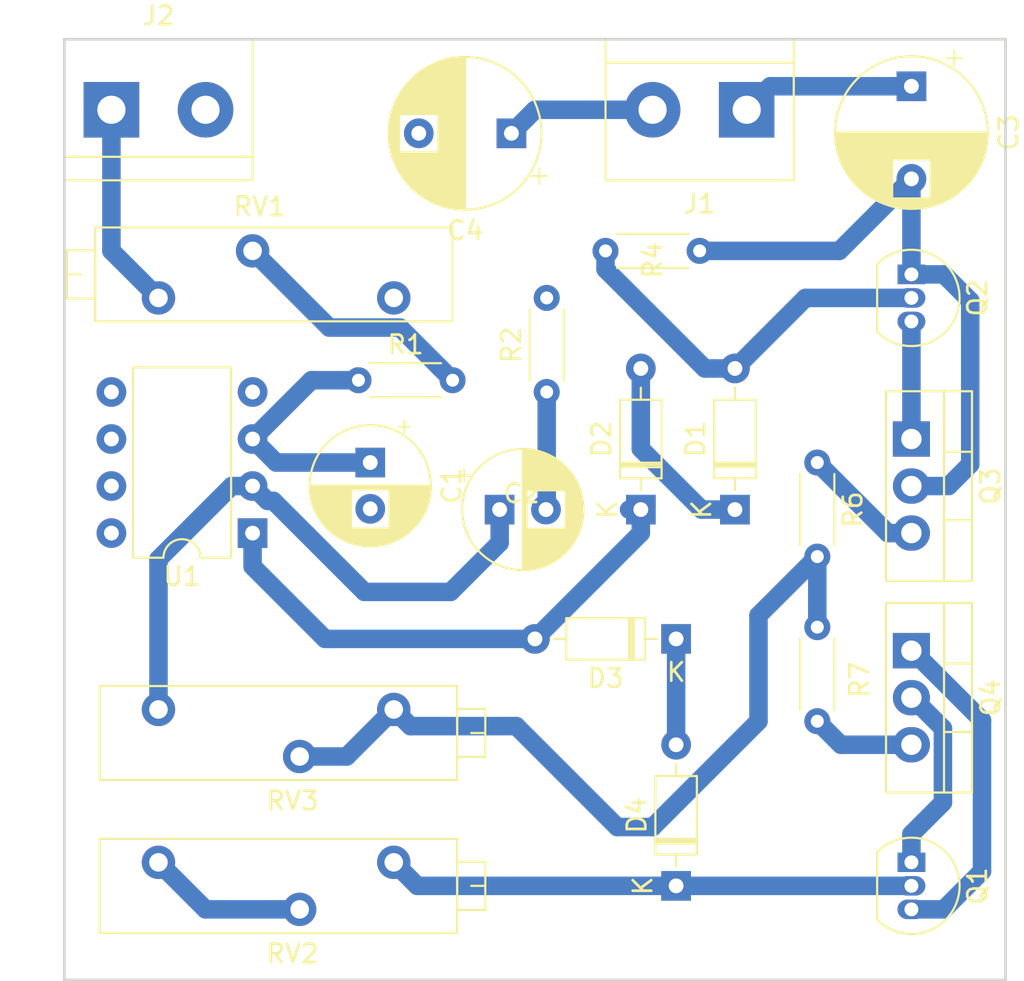
<source format=kicad_pcb>
(kicad_pcb (version 20171130) (host pcbnew "(5.0.1)-4")

  (general
    (thickness 1.6)
    (drawings 4)
    (tracks 81)
    (zones 0)
    (modules 23)
    (nets 20)
  )

  (page A4)
  (layers
    (0 F.Cu signal)
    (31 B.Cu signal)
    (32 B.Adhes user)
    (33 F.Adhes user)
    (34 B.Paste user)
    (35 F.Paste user)
    (36 B.SilkS user)
    (37 F.SilkS user)
    (38 B.Mask user)
    (39 F.Mask user)
    (40 Dwgs.User user)
    (41 Cmts.User user)
    (42 Eco1.User user)
    (43 Eco2.User user)
    (44 Edge.Cuts user)
    (45 Margin user)
    (46 B.CrtYd user)
    (47 F.CrtYd user)
    (48 B.Fab user)
    (49 F.Fab user)
  )

  (setup
    (last_trace_width 1)
    (user_trace_width 0.5)
    (user_trace_width 1)
    (trace_clearance 0.2)
    (zone_clearance 0.508)
    (zone_45_only no)
    (trace_min 0.2)
    (segment_width 0.2)
    (edge_width 0.15)
    (via_size 0.8)
    (via_drill 0.4)
    (via_min_size 0.4)
    (via_min_drill 0.3)
    (uvia_size 0.3)
    (uvia_drill 0.1)
    (uvias_allowed no)
    (uvia_min_size 0.2)
    (uvia_min_drill 0.1)
    (pcb_text_width 0.3)
    (pcb_text_size 1.5 1.5)
    (mod_edge_width 0.15)
    (mod_text_size 1 1)
    (mod_text_width 0.15)
    (pad_size 1.524 1.524)
    (pad_drill 0.762)
    (pad_to_mask_clearance 0.051)
    (solder_mask_min_width 0.25)
    (aux_axis_origin 0 0)
    (visible_elements 7FFFFFFF)
    (pcbplotparams
      (layerselection 0x010fc_ffffffff)
      (usegerberextensions false)
      (usegerberattributes false)
      (usegerberadvancedattributes false)
      (creategerberjobfile false)
      (excludeedgelayer true)
      (linewidth 0.100000)
      (plotframeref false)
      (viasonmask false)
      (mode 1)
      (useauxorigin false)
      (hpglpennumber 1)
      (hpglpenspeed 20)
      (hpglpendiameter 15.000000)
      (psnegative false)
      (psa4output false)
      (plotreference true)
      (plotvalue true)
      (plotinvisibletext false)
      (padsonsilk false)
      (subtractmaskfromsilk false)
      (outputformat 1)
      (mirror false)
      (drillshape 1)
      (scaleselection 1)
      (outputdirectory ""))
  )

  (net 0 "")
  (net 1 GND)
  (net 2 "Net-(C1-Pad1)")
  (net 3 "Net-(C2-Pad1)")
  (net 4 "Net-(C2-Pad2)")
  (net 5 "Net-(C3-Pad2)")
  (net 6 "Net-(C3-Pad1)")
  (net 7 "Net-(C4-Pad1)")
  (net 8 "Net-(D1-Pad1)")
  (net 9 "Net-(D1-Pad2)")
  (net 10 "Net-(D2-Pad1)")
  (net 11 "Net-(D3-Pad1)")
  (net 12 "Net-(D4-Pad1)")
  (net 13 "Net-(J2-Pad1)")
  (net 14 "Net-(Q1-Pad3)")
  (net 15 "Net-(Q2-Pad3)")
  (net 16 "Net-(Q3-Pad3)")
  (net 17 "Net-(Q4-Pad3)")
  (net 18 "Net-(R1-Pad2)")
  (net 19 "Net-(R6-Pad2)")

  (net_class Default "This is the default net class."
    (clearance 0.2)
    (trace_width 0.25)
    (via_dia 0.8)
    (via_drill 0.4)
    (uvia_dia 0.3)
    (uvia_drill 0.1)
    (add_net GND)
    (add_net "Net-(C1-Pad1)")
    (add_net "Net-(C2-Pad1)")
    (add_net "Net-(C2-Pad2)")
    (add_net "Net-(C3-Pad1)")
    (add_net "Net-(C3-Pad2)")
    (add_net "Net-(C4-Pad1)")
    (add_net "Net-(D1-Pad1)")
    (add_net "Net-(D1-Pad2)")
    (add_net "Net-(D2-Pad1)")
    (add_net "Net-(D3-Pad1)")
    (add_net "Net-(D4-Pad1)")
    (add_net "Net-(J2-Pad1)")
    (add_net "Net-(Q1-Pad3)")
    (add_net "Net-(Q2-Pad3)")
    (add_net "Net-(Q3-Pad3)")
    (add_net "Net-(Q4-Pad3)")
    (add_net "Net-(R1-Pad2)")
    (add_net "Net-(R6-Pad2)")
  )

  (module Capacitor_THT:CP_Radial_D8.0mm_P5.00mm (layer F.Cu) (tedit 5AE50EF0) (tstamp 5C115F18)
    (at 87.63 55.88 180)
    (descr "CP, Radial series, Radial, pin pitch=5.00mm, , diameter=8mm, Electrolytic Capacitor")
    (tags "CP Radial series Radial pin pitch 5.00mm  diameter 8mm Electrolytic Capacitor")
    (path /5C0D1CBF)
    (fp_text reference C4 (at 2.5 -5.25 180) (layer F.SilkS)
      (effects (font (size 1 1) (thickness 0.15)))
    )
    (fp_text value 470u (at 2.5 5.25 180) (layer F.Fab)
      (effects (font (size 1 1) (thickness 0.15)))
    )
    (fp_circle (center 2.5 0) (end 6.5 0) (layer F.Fab) (width 0.1))
    (fp_circle (center 2.5 0) (end 6.62 0) (layer F.SilkS) (width 0.12))
    (fp_circle (center 2.5 0) (end 6.75 0) (layer F.CrtYd) (width 0.05))
    (fp_line (start -0.926759 -1.7475) (end -0.126759 -1.7475) (layer F.Fab) (width 0.1))
    (fp_line (start -0.526759 -2.1475) (end -0.526759 -1.3475) (layer F.Fab) (width 0.1))
    (fp_line (start 2.5 -4.08) (end 2.5 4.08) (layer F.SilkS) (width 0.12))
    (fp_line (start 2.54 -4.08) (end 2.54 4.08) (layer F.SilkS) (width 0.12))
    (fp_line (start 2.58 -4.08) (end 2.58 4.08) (layer F.SilkS) (width 0.12))
    (fp_line (start 2.62 -4.079) (end 2.62 4.079) (layer F.SilkS) (width 0.12))
    (fp_line (start 2.66 -4.077) (end 2.66 4.077) (layer F.SilkS) (width 0.12))
    (fp_line (start 2.7 -4.076) (end 2.7 4.076) (layer F.SilkS) (width 0.12))
    (fp_line (start 2.74 -4.074) (end 2.74 4.074) (layer F.SilkS) (width 0.12))
    (fp_line (start 2.78 -4.071) (end 2.78 4.071) (layer F.SilkS) (width 0.12))
    (fp_line (start 2.82 -4.068) (end 2.82 4.068) (layer F.SilkS) (width 0.12))
    (fp_line (start 2.86 -4.065) (end 2.86 4.065) (layer F.SilkS) (width 0.12))
    (fp_line (start 2.9 -4.061) (end 2.9 4.061) (layer F.SilkS) (width 0.12))
    (fp_line (start 2.94 -4.057) (end 2.94 4.057) (layer F.SilkS) (width 0.12))
    (fp_line (start 2.98 -4.052) (end 2.98 4.052) (layer F.SilkS) (width 0.12))
    (fp_line (start 3.02 -4.048) (end 3.02 4.048) (layer F.SilkS) (width 0.12))
    (fp_line (start 3.06 -4.042) (end 3.06 4.042) (layer F.SilkS) (width 0.12))
    (fp_line (start 3.1 -4.037) (end 3.1 4.037) (layer F.SilkS) (width 0.12))
    (fp_line (start 3.14 -4.03) (end 3.14 4.03) (layer F.SilkS) (width 0.12))
    (fp_line (start 3.18 -4.024) (end 3.18 4.024) (layer F.SilkS) (width 0.12))
    (fp_line (start 3.221 -4.017) (end 3.221 4.017) (layer F.SilkS) (width 0.12))
    (fp_line (start 3.261 -4.01) (end 3.261 4.01) (layer F.SilkS) (width 0.12))
    (fp_line (start 3.301 -4.002) (end 3.301 4.002) (layer F.SilkS) (width 0.12))
    (fp_line (start 3.341 -3.994) (end 3.341 3.994) (layer F.SilkS) (width 0.12))
    (fp_line (start 3.381 -3.985) (end 3.381 3.985) (layer F.SilkS) (width 0.12))
    (fp_line (start 3.421 -3.976) (end 3.421 3.976) (layer F.SilkS) (width 0.12))
    (fp_line (start 3.461 -3.967) (end 3.461 3.967) (layer F.SilkS) (width 0.12))
    (fp_line (start 3.501 -3.957) (end 3.501 3.957) (layer F.SilkS) (width 0.12))
    (fp_line (start 3.541 -3.947) (end 3.541 3.947) (layer F.SilkS) (width 0.12))
    (fp_line (start 3.581 -3.936) (end 3.581 3.936) (layer F.SilkS) (width 0.12))
    (fp_line (start 3.621 -3.925) (end 3.621 3.925) (layer F.SilkS) (width 0.12))
    (fp_line (start 3.661 -3.914) (end 3.661 3.914) (layer F.SilkS) (width 0.12))
    (fp_line (start 3.701 -3.902) (end 3.701 3.902) (layer F.SilkS) (width 0.12))
    (fp_line (start 3.741 -3.889) (end 3.741 3.889) (layer F.SilkS) (width 0.12))
    (fp_line (start 3.781 -3.877) (end 3.781 3.877) (layer F.SilkS) (width 0.12))
    (fp_line (start 3.821 -3.863) (end 3.821 3.863) (layer F.SilkS) (width 0.12))
    (fp_line (start 3.861 -3.85) (end 3.861 3.85) (layer F.SilkS) (width 0.12))
    (fp_line (start 3.901 -3.835) (end 3.901 3.835) (layer F.SilkS) (width 0.12))
    (fp_line (start 3.941 -3.821) (end 3.941 3.821) (layer F.SilkS) (width 0.12))
    (fp_line (start 3.981 -3.805) (end 3.981 -1.04) (layer F.SilkS) (width 0.12))
    (fp_line (start 3.981 1.04) (end 3.981 3.805) (layer F.SilkS) (width 0.12))
    (fp_line (start 4.021 -3.79) (end 4.021 -1.04) (layer F.SilkS) (width 0.12))
    (fp_line (start 4.021 1.04) (end 4.021 3.79) (layer F.SilkS) (width 0.12))
    (fp_line (start 4.061 -3.774) (end 4.061 -1.04) (layer F.SilkS) (width 0.12))
    (fp_line (start 4.061 1.04) (end 4.061 3.774) (layer F.SilkS) (width 0.12))
    (fp_line (start 4.101 -3.757) (end 4.101 -1.04) (layer F.SilkS) (width 0.12))
    (fp_line (start 4.101 1.04) (end 4.101 3.757) (layer F.SilkS) (width 0.12))
    (fp_line (start 4.141 -3.74) (end 4.141 -1.04) (layer F.SilkS) (width 0.12))
    (fp_line (start 4.141 1.04) (end 4.141 3.74) (layer F.SilkS) (width 0.12))
    (fp_line (start 4.181 -3.722) (end 4.181 -1.04) (layer F.SilkS) (width 0.12))
    (fp_line (start 4.181 1.04) (end 4.181 3.722) (layer F.SilkS) (width 0.12))
    (fp_line (start 4.221 -3.704) (end 4.221 -1.04) (layer F.SilkS) (width 0.12))
    (fp_line (start 4.221 1.04) (end 4.221 3.704) (layer F.SilkS) (width 0.12))
    (fp_line (start 4.261 -3.686) (end 4.261 -1.04) (layer F.SilkS) (width 0.12))
    (fp_line (start 4.261 1.04) (end 4.261 3.686) (layer F.SilkS) (width 0.12))
    (fp_line (start 4.301 -3.666) (end 4.301 -1.04) (layer F.SilkS) (width 0.12))
    (fp_line (start 4.301 1.04) (end 4.301 3.666) (layer F.SilkS) (width 0.12))
    (fp_line (start 4.341 -3.647) (end 4.341 -1.04) (layer F.SilkS) (width 0.12))
    (fp_line (start 4.341 1.04) (end 4.341 3.647) (layer F.SilkS) (width 0.12))
    (fp_line (start 4.381 -3.627) (end 4.381 -1.04) (layer F.SilkS) (width 0.12))
    (fp_line (start 4.381 1.04) (end 4.381 3.627) (layer F.SilkS) (width 0.12))
    (fp_line (start 4.421 -3.606) (end 4.421 -1.04) (layer F.SilkS) (width 0.12))
    (fp_line (start 4.421 1.04) (end 4.421 3.606) (layer F.SilkS) (width 0.12))
    (fp_line (start 4.461 -3.584) (end 4.461 -1.04) (layer F.SilkS) (width 0.12))
    (fp_line (start 4.461 1.04) (end 4.461 3.584) (layer F.SilkS) (width 0.12))
    (fp_line (start 4.501 -3.562) (end 4.501 -1.04) (layer F.SilkS) (width 0.12))
    (fp_line (start 4.501 1.04) (end 4.501 3.562) (layer F.SilkS) (width 0.12))
    (fp_line (start 4.541 -3.54) (end 4.541 -1.04) (layer F.SilkS) (width 0.12))
    (fp_line (start 4.541 1.04) (end 4.541 3.54) (layer F.SilkS) (width 0.12))
    (fp_line (start 4.581 -3.517) (end 4.581 -1.04) (layer F.SilkS) (width 0.12))
    (fp_line (start 4.581 1.04) (end 4.581 3.517) (layer F.SilkS) (width 0.12))
    (fp_line (start 4.621 -3.493) (end 4.621 -1.04) (layer F.SilkS) (width 0.12))
    (fp_line (start 4.621 1.04) (end 4.621 3.493) (layer F.SilkS) (width 0.12))
    (fp_line (start 4.661 -3.469) (end 4.661 -1.04) (layer F.SilkS) (width 0.12))
    (fp_line (start 4.661 1.04) (end 4.661 3.469) (layer F.SilkS) (width 0.12))
    (fp_line (start 4.701 -3.444) (end 4.701 -1.04) (layer F.SilkS) (width 0.12))
    (fp_line (start 4.701 1.04) (end 4.701 3.444) (layer F.SilkS) (width 0.12))
    (fp_line (start 4.741 -3.418) (end 4.741 -1.04) (layer F.SilkS) (width 0.12))
    (fp_line (start 4.741 1.04) (end 4.741 3.418) (layer F.SilkS) (width 0.12))
    (fp_line (start 4.781 -3.392) (end 4.781 -1.04) (layer F.SilkS) (width 0.12))
    (fp_line (start 4.781 1.04) (end 4.781 3.392) (layer F.SilkS) (width 0.12))
    (fp_line (start 4.821 -3.365) (end 4.821 -1.04) (layer F.SilkS) (width 0.12))
    (fp_line (start 4.821 1.04) (end 4.821 3.365) (layer F.SilkS) (width 0.12))
    (fp_line (start 4.861 -3.338) (end 4.861 -1.04) (layer F.SilkS) (width 0.12))
    (fp_line (start 4.861 1.04) (end 4.861 3.338) (layer F.SilkS) (width 0.12))
    (fp_line (start 4.901 -3.309) (end 4.901 -1.04) (layer F.SilkS) (width 0.12))
    (fp_line (start 4.901 1.04) (end 4.901 3.309) (layer F.SilkS) (width 0.12))
    (fp_line (start 4.941 -3.28) (end 4.941 -1.04) (layer F.SilkS) (width 0.12))
    (fp_line (start 4.941 1.04) (end 4.941 3.28) (layer F.SilkS) (width 0.12))
    (fp_line (start 4.981 -3.25) (end 4.981 -1.04) (layer F.SilkS) (width 0.12))
    (fp_line (start 4.981 1.04) (end 4.981 3.25) (layer F.SilkS) (width 0.12))
    (fp_line (start 5.021 -3.22) (end 5.021 -1.04) (layer F.SilkS) (width 0.12))
    (fp_line (start 5.021 1.04) (end 5.021 3.22) (layer F.SilkS) (width 0.12))
    (fp_line (start 5.061 -3.189) (end 5.061 -1.04) (layer F.SilkS) (width 0.12))
    (fp_line (start 5.061 1.04) (end 5.061 3.189) (layer F.SilkS) (width 0.12))
    (fp_line (start 5.101 -3.156) (end 5.101 -1.04) (layer F.SilkS) (width 0.12))
    (fp_line (start 5.101 1.04) (end 5.101 3.156) (layer F.SilkS) (width 0.12))
    (fp_line (start 5.141 -3.124) (end 5.141 -1.04) (layer F.SilkS) (width 0.12))
    (fp_line (start 5.141 1.04) (end 5.141 3.124) (layer F.SilkS) (width 0.12))
    (fp_line (start 5.181 -3.09) (end 5.181 -1.04) (layer F.SilkS) (width 0.12))
    (fp_line (start 5.181 1.04) (end 5.181 3.09) (layer F.SilkS) (width 0.12))
    (fp_line (start 5.221 -3.055) (end 5.221 -1.04) (layer F.SilkS) (width 0.12))
    (fp_line (start 5.221 1.04) (end 5.221 3.055) (layer F.SilkS) (width 0.12))
    (fp_line (start 5.261 -3.019) (end 5.261 -1.04) (layer F.SilkS) (width 0.12))
    (fp_line (start 5.261 1.04) (end 5.261 3.019) (layer F.SilkS) (width 0.12))
    (fp_line (start 5.301 -2.983) (end 5.301 -1.04) (layer F.SilkS) (width 0.12))
    (fp_line (start 5.301 1.04) (end 5.301 2.983) (layer F.SilkS) (width 0.12))
    (fp_line (start 5.341 -2.945) (end 5.341 -1.04) (layer F.SilkS) (width 0.12))
    (fp_line (start 5.341 1.04) (end 5.341 2.945) (layer F.SilkS) (width 0.12))
    (fp_line (start 5.381 -2.907) (end 5.381 -1.04) (layer F.SilkS) (width 0.12))
    (fp_line (start 5.381 1.04) (end 5.381 2.907) (layer F.SilkS) (width 0.12))
    (fp_line (start 5.421 -2.867) (end 5.421 -1.04) (layer F.SilkS) (width 0.12))
    (fp_line (start 5.421 1.04) (end 5.421 2.867) (layer F.SilkS) (width 0.12))
    (fp_line (start 5.461 -2.826) (end 5.461 -1.04) (layer F.SilkS) (width 0.12))
    (fp_line (start 5.461 1.04) (end 5.461 2.826) (layer F.SilkS) (width 0.12))
    (fp_line (start 5.501 -2.784) (end 5.501 -1.04) (layer F.SilkS) (width 0.12))
    (fp_line (start 5.501 1.04) (end 5.501 2.784) (layer F.SilkS) (width 0.12))
    (fp_line (start 5.541 -2.741) (end 5.541 -1.04) (layer F.SilkS) (width 0.12))
    (fp_line (start 5.541 1.04) (end 5.541 2.741) (layer F.SilkS) (width 0.12))
    (fp_line (start 5.581 -2.697) (end 5.581 -1.04) (layer F.SilkS) (width 0.12))
    (fp_line (start 5.581 1.04) (end 5.581 2.697) (layer F.SilkS) (width 0.12))
    (fp_line (start 5.621 -2.651) (end 5.621 -1.04) (layer F.SilkS) (width 0.12))
    (fp_line (start 5.621 1.04) (end 5.621 2.651) (layer F.SilkS) (width 0.12))
    (fp_line (start 5.661 -2.604) (end 5.661 -1.04) (layer F.SilkS) (width 0.12))
    (fp_line (start 5.661 1.04) (end 5.661 2.604) (layer F.SilkS) (width 0.12))
    (fp_line (start 5.701 -2.556) (end 5.701 -1.04) (layer F.SilkS) (width 0.12))
    (fp_line (start 5.701 1.04) (end 5.701 2.556) (layer F.SilkS) (width 0.12))
    (fp_line (start 5.741 -2.505) (end 5.741 -1.04) (layer F.SilkS) (width 0.12))
    (fp_line (start 5.741 1.04) (end 5.741 2.505) (layer F.SilkS) (width 0.12))
    (fp_line (start 5.781 -2.454) (end 5.781 -1.04) (layer F.SilkS) (width 0.12))
    (fp_line (start 5.781 1.04) (end 5.781 2.454) (layer F.SilkS) (width 0.12))
    (fp_line (start 5.821 -2.4) (end 5.821 -1.04) (layer F.SilkS) (width 0.12))
    (fp_line (start 5.821 1.04) (end 5.821 2.4) (layer F.SilkS) (width 0.12))
    (fp_line (start 5.861 -2.345) (end 5.861 -1.04) (layer F.SilkS) (width 0.12))
    (fp_line (start 5.861 1.04) (end 5.861 2.345) (layer F.SilkS) (width 0.12))
    (fp_line (start 5.901 -2.287) (end 5.901 -1.04) (layer F.SilkS) (width 0.12))
    (fp_line (start 5.901 1.04) (end 5.901 2.287) (layer F.SilkS) (width 0.12))
    (fp_line (start 5.941 -2.228) (end 5.941 -1.04) (layer F.SilkS) (width 0.12))
    (fp_line (start 5.941 1.04) (end 5.941 2.228) (layer F.SilkS) (width 0.12))
    (fp_line (start 5.981 -2.166) (end 5.981 -1.04) (layer F.SilkS) (width 0.12))
    (fp_line (start 5.981 1.04) (end 5.981 2.166) (layer F.SilkS) (width 0.12))
    (fp_line (start 6.021 -2.102) (end 6.021 -1.04) (layer F.SilkS) (width 0.12))
    (fp_line (start 6.021 1.04) (end 6.021 2.102) (layer F.SilkS) (width 0.12))
    (fp_line (start 6.061 -2.034) (end 6.061 2.034) (layer F.SilkS) (width 0.12))
    (fp_line (start 6.101 -1.964) (end 6.101 1.964) (layer F.SilkS) (width 0.12))
    (fp_line (start 6.141 -1.89) (end 6.141 1.89) (layer F.SilkS) (width 0.12))
    (fp_line (start 6.181 -1.813) (end 6.181 1.813) (layer F.SilkS) (width 0.12))
    (fp_line (start 6.221 -1.731) (end 6.221 1.731) (layer F.SilkS) (width 0.12))
    (fp_line (start 6.261 -1.645) (end 6.261 1.645) (layer F.SilkS) (width 0.12))
    (fp_line (start 6.301 -1.552) (end 6.301 1.552) (layer F.SilkS) (width 0.12))
    (fp_line (start 6.341 -1.453) (end 6.341 1.453) (layer F.SilkS) (width 0.12))
    (fp_line (start 6.381 -1.346) (end 6.381 1.346) (layer F.SilkS) (width 0.12))
    (fp_line (start 6.421 -1.229) (end 6.421 1.229) (layer F.SilkS) (width 0.12))
    (fp_line (start 6.461 -1.098) (end 6.461 1.098) (layer F.SilkS) (width 0.12))
    (fp_line (start 6.501 -0.948) (end 6.501 0.948) (layer F.SilkS) (width 0.12))
    (fp_line (start 6.541 -0.768) (end 6.541 0.768) (layer F.SilkS) (width 0.12))
    (fp_line (start 6.581 -0.533) (end 6.581 0.533) (layer F.SilkS) (width 0.12))
    (fp_line (start -1.909698 -2.315) (end -1.109698 -2.315) (layer F.SilkS) (width 0.12))
    (fp_line (start -1.509698 -2.715) (end -1.509698 -1.915) (layer F.SilkS) (width 0.12))
    (fp_text user %R (at 2.5 0 180) (layer F.Fab)
      (effects (font (size 1 1) (thickness 0.15)))
    )
    (pad 1 thru_hole rect (at 0 0 180) (size 1.6 1.6) (drill 0.8) (layers *.Cu *.Mask)
      (net 7 "Net-(C4-Pad1)"))
    (pad 2 thru_hole circle (at 5 0 180) (size 1.6 1.6) (drill 0.8) (layers *.Cu *.Mask)
      (net 1 GND))
    (model ${KISYS3DMOD}/Capacitor_THT.3dshapes/CP_Radial_D8.0mm_P5.00mm.wrl
      (at (xyz 0 0 0))
      (scale (xyz 1 1 1))
      (rotate (xyz 0 0 0))
    )
  )

  (module TerminalBlock:TerminalBlock_bornier-2_P5.08mm (layer F.Cu) (tedit 59FF03AB) (tstamp 5C115FBE)
    (at 66.04 54.61)
    (descr "simple 2-pin terminal block, pitch 5.08mm, revamped version of bornier2")
    (tags "terminal block bornier2")
    (path /5C0C7417)
    (fp_text reference J2 (at 2.54 -5.08) (layer F.SilkS)
      (effects (font (size 1 1) (thickness 0.15)))
    )
    (fp_text value Screw_Terminal_01x02 (at 2.54 5.08) (layer F.Fab)
      (effects (font (size 1 1) (thickness 0.15)))
    )
    (fp_text user %R (at 2.54 0) (layer F.Fab)
      (effects (font (size 1 1) (thickness 0.15)))
    )
    (fp_line (start -2.41 2.55) (end 7.49 2.55) (layer F.Fab) (width 0.1))
    (fp_line (start -2.46 -3.75) (end -2.46 3.75) (layer F.Fab) (width 0.1))
    (fp_line (start -2.46 3.75) (end 7.54 3.75) (layer F.Fab) (width 0.1))
    (fp_line (start 7.54 3.75) (end 7.54 -3.75) (layer F.Fab) (width 0.1))
    (fp_line (start 7.54 -3.75) (end -2.46 -3.75) (layer F.Fab) (width 0.1))
    (fp_line (start 7.62 2.54) (end -2.54 2.54) (layer F.SilkS) (width 0.12))
    (fp_line (start 7.62 3.81) (end 7.62 -3.81) (layer F.SilkS) (width 0.12))
    (fp_line (start 7.62 -3.81) (end -2.54 -3.81) (layer F.SilkS) (width 0.12))
    (fp_line (start -2.54 -3.81) (end -2.54 3.81) (layer F.SilkS) (width 0.12))
    (fp_line (start -2.54 3.81) (end 7.62 3.81) (layer F.SilkS) (width 0.12))
    (fp_line (start -2.71 -4) (end 7.79 -4) (layer F.CrtYd) (width 0.05))
    (fp_line (start -2.71 -4) (end -2.71 4) (layer F.CrtYd) (width 0.05))
    (fp_line (start 7.79 4) (end 7.79 -4) (layer F.CrtYd) (width 0.05))
    (fp_line (start 7.79 4) (end -2.71 4) (layer F.CrtYd) (width 0.05))
    (pad 1 thru_hole rect (at 0 0) (size 3 3) (drill 1.52) (layers *.Cu *.Mask)
      (net 13 "Net-(J2-Pad1)"))
    (pad 2 thru_hole circle (at 5.08 0) (size 3 3) (drill 1.52) (layers *.Cu *.Mask)
      (net 1 GND))
    (model ${KISYS3DMOD}/TerminalBlock.3dshapes/TerminalBlock_bornier-2_P5.08mm.wrl
      (offset (xyz 2.539999961853027 0 0))
      (scale (xyz 1 1 1))
      (rotate (xyz 0 0 0))
    )
  )

  (module Potentiometer_THT:Potentiometer_Bourns_3006P_Horizontal (layer F.Cu) (tedit 5A3D4994) (tstamp 5C116093)
    (at 81.28 64.77)
    (descr "Potentiometer, horizontal, Bourns 3006P, https://www.bourns.com/docs/Product-Datasheets/3006.pdf")
    (tags "Potentiometer horizontal Bourns 3006P")
    (path /5C0C60A1)
    (fp_text reference RV1 (at -7.235 -4.935) (layer F.SilkS)
      (effects (font (size 1 1) (thickness 0.15)))
    )
    (fp_text value 100k (at -7.235 2.395) (layer F.Fab)
      (effects (font (size 1 1) (thickness 0.15)))
    )
    (fp_text user %R (at -6.475 -1.27 90) (layer F.Fab)
      (effects (font (size 1 1) (thickness 0.15)))
    )
    (fp_line (start 3.35 -3.95) (end -17.8 -3.95) (layer F.CrtYd) (width 0.05))
    (fp_line (start 3.35 1.4) (end 3.35 -3.95) (layer F.CrtYd) (width 0.05))
    (fp_line (start -17.8 1.4) (end 3.35 1.4) (layer F.CrtYd) (width 0.05))
    (fp_line (start -17.8 -3.95) (end -17.8 1.4) (layer F.CrtYd) (width 0.05))
    (fp_line (start -17.64 -1.27) (end -16.881 -1.27) (layer F.SilkS) (width 0.12))
    (fp_line (start -16.121 -2.569) (end -16.121 0.03) (layer F.SilkS) (width 0.12))
    (fp_line (start -17.64 -2.569) (end -17.64 0.03) (layer F.SilkS) (width 0.12))
    (fp_line (start -17.64 0.03) (end -16.121 0.03) (layer F.SilkS) (width 0.12))
    (fp_line (start -17.64 -2.569) (end -16.121 -2.569) (layer F.SilkS) (width 0.12))
    (fp_line (start 3.17 -3.805) (end 3.17 1.265) (layer F.SilkS) (width 0.12))
    (fp_line (start -16.12 -3.805) (end -16.12 1.265) (layer F.SilkS) (width 0.12))
    (fp_line (start -16.12 1.265) (end 3.17 1.265) (layer F.SilkS) (width 0.12))
    (fp_line (start -16.12 -3.805) (end 3.17 -3.805) (layer F.SilkS) (width 0.12))
    (fp_line (start -17.52 -1.27) (end -16.76 -1.27) (layer F.Fab) (width 0.1))
    (fp_line (start -16 -2.45) (end -17.52 -2.45) (layer F.Fab) (width 0.1))
    (fp_line (start -16 -0.09) (end -16 -2.45) (layer F.Fab) (width 0.1))
    (fp_line (start -17.52 -0.09) (end -16 -0.09) (layer F.Fab) (width 0.1))
    (fp_line (start -17.52 -2.45) (end -17.52 -0.09) (layer F.Fab) (width 0.1))
    (fp_line (start 3.05 -3.685) (end -16 -3.685) (layer F.Fab) (width 0.1))
    (fp_line (start 3.05 1.145) (end 3.05 -3.685) (layer F.Fab) (width 0.1))
    (fp_line (start -16 1.145) (end 3.05 1.145) (layer F.Fab) (width 0.1))
    (fp_line (start -16 -3.685) (end -16 1.145) (layer F.Fab) (width 0.1))
    (pad 3 thru_hole circle (at -12.7 0) (size 1.8 1.8) (drill 1) (layers *.Cu *.Mask)
      (net 13 "Net-(J2-Pad1)"))
    (pad 2 thru_hole circle (at -7.62 -2.54) (size 1.8 1.8) (drill 1) (layers *.Cu *.Mask)
      (net 18 "Net-(R1-Pad2)"))
    (pad 1 thru_hole circle (at 0 0) (size 1.8 1.8) (drill 1) (layers *.Cu *.Mask)
      (net 1 GND))
    (model ${KISYS3DMOD}/Potentiometer_THT.3dshapes/Potentiometer_Bourns_3006P_Horizontal.wrl
      (at (xyz 0 0 0))
      (scale (xyz 1 1 1))
      (rotate (xyz 0 0 0))
    )
  )

  (module Package_TO_SOT_THT:TO-92_Inline (layer F.Cu) (tedit 5A1DD157) (tstamp 5C115FD0)
    (at 109.22 95.25 270)
    (descr "TO-92 leads in-line, narrow, oval pads, drill 0.75mm (see NXP sot054_po.pdf)")
    (tags "to-92 sc-43 sc-43a sot54 PA33 transistor")
    (path /5C0ABA83)
    (fp_text reference Q1 (at 1.27 -3.56 270) (layer F.SilkS)
      (effects (font (size 1 1) (thickness 0.15)))
    )
    (fp_text value BC556 (at 1.27 2.79 270) (layer F.Fab)
      (effects (font (size 1 1) (thickness 0.15)))
    )
    (fp_arc (start 1.27 0) (end 1.27 -2.6) (angle 135) (layer F.SilkS) (width 0.12))
    (fp_arc (start 1.27 0) (end 1.27 -2.48) (angle -135) (layer F.Fab) (width 0.1))
    (fp_arc (start 1.27 0) (end 1.27 -2.6) (angle -135) (layer F.SilkS) (width 0.12))
    (fp_arc (start 1.27 0) (end 1.27 -2.48) (angle 135) (layer F.Fab) (width 0.1))
    (fp_line (start 4 2.01) (end -1.46 2.01) (layer F.CrtYd) (width 0.05))
    (fp_line (start 4 2.01) (end 4 -2.73) (layer F.CrtYd) (width 0.05))
    (fp_line (start -1.46 -2.73) (end -1.46 2.01) (layer F.CrtYd) (width 0.05))
    (fp_line (start -1.46 -2.73) (end 4 -2.73) (layer F.CrtYd) (width 0.05))
    (fp_line (start -0.5 1.75) (end 3 1.75) (layer F.Fab) (width 0.1))
    (fp_line (start -0.53 1.85) (end 3.07 1.85) (layer F.SilkS) (width 0.12))
    (fp_text user %R (at 1.27 -3.56 270) (layer F.Fab)
      (effects (font (size 1 1) (thickness 0.15)))
    )
    (pad 1 thru_hole rect (at 0 0 270) (size 1.05 1.5) (drill 0.75) (layers *.Cu *.Mask)
      (net 1 GND))
    (pad 3 thru_hole oval (at 2.54 0 270) (size 1.05 1.5) (drill 0.75) (layers *.Cu *.Mask)
      (net 14 "Net-(Q1-Pad3)"))
    (pad 2 thru_hole oval (at 1.27 0 270) (size 1.05 1.5) (drill 0.75) (layers *.Cu *.Mask)
      (net 12 "Net-(D4-Pad1)"))
    (model ${KISYS3DMOD}/Package_TO_SOT_THT.3dshapes/TO-92_Inline.wrl
      (at (xyz 0 0 0))
      (scale (xyz 1 1 1))
      (rotate (xyz 0 0 0))
    )
  )

  (module Package_DIP:DIP-8_W7.62mm (layer F.Cu) (tedit 5A02E8C5) (tstamp 5C1160EA)
    (at 73.66 77.47 180)
    (descr "8-lead though-hole mounted DIP package, row spacing 7.62 mm (300 mils)")
    (tags "THT DIP DIL PDIP 2.54mm 7.62mm 300mil")
    (path /5C0A99E6)
    (fp_text reference U1 (at 3.81 -2.33 180) (layer F.SilkS)
      (effects (font (size 1 1) (thickness 0.15)))
    )
    (fp_text value TL072 (at 3.81 9.95 180) (layer F.Fab)
      (effects (font (size 1 1) (thickness 0.15)))
    )
    (fp_text user %R (at 3.81 3.81 180) (layer F.Fab)
      (effects (font (size 1 1) (thickness 0.15)))
    )
    (fp_line (start 8.7 -1.55) (end -1.1 -1.55) (layer F.CrtYd) (width 0.05))
    (fp_line (start 8.7 9.15) (end 8.7 -1.55) (layer F.CrtYd) (width 0.05))
    (fp_line (start -1.1 9.15) (end 8.7 9.15) (layer F.CrtYd) (width 0.05))
    (fp_line (start -1.1 -1.55) (end -1.1 9.15) (layer F.CrtYd) (width 0.05))
    (fp_line (start 6.46 -1.33) (end 4.81 -1.33) (layer F.SilkS) (width 0.12))
    (fp_line (start 6.46 8.95) (end 6.46 -1.33) (layer F.SilkS) (width 0.12))
    (fp_line (start 1.16 8.95) (end 6.46 8.95) (layer F.SilkS) (width 0.12))
    (fp_line (start 1.16 -1.33) (end 1.16 8.95) (layer F.SilkS) (width 0.12))
    (fp_line (start 2.81 -1.33) (end 1.16 -1.33) (layer F.SilkS) (width 0.12))
    (fp_line (start 0.635 -0.27) (end 1.635 -1.27) (layer F.Fab) (width 0.1))
    (fp_line (start 0.635 8.89) (end 0.635 -0.27) (layer F.Fab) (width 0.1))
    (fp_line (start 6.985 8.89) (end 0.635 8.89) (layer F.Fab) (width 0.1))
    (fp_line (start 6.985 -1.27) (end 6.985 8.89) (layer F.Fab) (width 0.1))
    (fp_line (start 1.635 -1.27) (end 6.985 -1.27) (layer F.Fab) (width 0.1))
    (fp_arc (start 3.81 -1.33) (end 2.81 -1.33) (angle -180) (layer F.SilkS) (width 0.12))
    (pad 8 thru_hole oval (at 7.62 0 180) (size 1.6 1.6) (drill 0.8) (layers *.Cu *.Mask))
    (pad 4 thru_hole oval (at 0 7.62 180) (size 1.6 1.6) (drill 0.8) (layers *.Cu *.Mask))
    (pad 7 thru_hole oval (at 7.62 2.54 180) (size 1.6 1.6) (drill 0.8) (layers *.Cu *.Mask))
    (pad 3 thru_hole oval (at 0 5.08 180) (size 1.6 1.6) (drill 0.8) (layers *.Cu *.Mask)
      (net 2 "Net-(C1-Pad1)"))
    (pad 6 thru_hole oval (at 7.62 5.08 180) (size 1.6 1.6) (drill 0.8) (layers *.Cu *.Mask))
    (pad 2 thru_hole oval (at 0 2.54 180) (size 1.6 1.6) (drill 0.8) (layers *.Cu *.Mask)
      (net 3 "Net-(C2-Pad1)"))
    (pad 5 thru_hole oval (at 7.62 7.62 180) (size 1.6 1.6) (drill 0.8) (layers *.Cu *.Mask))
    (pad 1 thru_hole rect (at 0 0 180) (size 1.6 1.6) (drill 0.8) (layers *.Cu *.Mask)
      (net 10 "Net-(D2-Pad1)"))
    (model ${KISYS3DMOD}/Package_DIP.3dshapes/DIP-8_W7.62mm.wrl
      (at (xyz 0 0 0))
      (scale (xyz 1 1 1))
      (rotate (xyz 0 0 0))
    )
  )

  (module Capacitor_THT:CP_Radial_D6.3mm_P2.50mm (layer F.Cu) (tedit 5AE50EF0) (tstamp 5C115D32)
    (at 80.01 73.66 270)
    (descr "CP, Radial series, Radial, pin pitch=2.50mm, , diameter=6.3mm, Electrolytic Capacitor")
    (tags "CP Radial series Radial pin pitch 2.50mm  diameter 6.3mm Electrolytic Capacitor")
    (path /5C0D155A)
    (fp_text reference C1 (at 1.25 -4.4 270) (layer F.SilkS)
      (effects (font (size 1 1) (thickness 0.15)))
    )
    (fp_text value 1n (at 1.25 4.4 270) (layer F.Fab)
      (effects (font (size 1 1) (thickness 0.15)))
    )
    (fp_text user %R (at 1.25 0 270) (layer F.Fab)
      (effects (font (size 1 1) (thickness 0.15)))
    )
    (fp_line (start -1.935241 -2.154) (end -1.935241 -1.524) (layer F.SilkS) (width 0.12))
    (fp_line (start -2.250241 -1.839) (end -1.620241 -1.839) (layer F.SilkS) (width 0.12))
    (fp_line (start 4.491 -0.402) (end 4.491 0.402) (layer F.SilkS) (width 0.12))
    (fp_line (start 4.451 -0.633) (end 4.451 0.633) (layer F.SilkS) (width 0.12))
    (fp_line (start 4.411 -0.802) (end 4.411 0.802) (layer F.SilkS) (width 0.12))
    (fp_line (start 4.371 -0.94) (end 4.371 0.94) (layer F.SilkS) (width 0.12))
    (fp_line (start 4.331 -1.059) (end 4.331 1.059) (layer F.SilkS) (width 0.12))
    (fp_line (start 4.291 -1.165) (end 4.291 1.165) (layer F.SilkS) (width 0.12))
    (fp_line (start 4.251 -1.262) (end 4.251 1.262) (layer F.SilkS) (width 0.12))
    (fp_line (start 4.211 -1.35) (end 4.211 1.35) (layer F.SilkS) (width 0.12))
    (fp_line (start 4.171 -1.432) (end 4.171 1.432) (layer F.SilkS) (width 0.12))
    (fp_line (start 4.131 -1.509) (end 4.131 1.509) (layer F.SilkS) (width 0.12))
    (fp_line (start 4.091 -1.581) (end 4.091 1.581) (layer F.SilkS) (width 0.12))
    (fp_line (start 4.051 -1.65) (end 4.051 1.65) (layer F.SilkS) (width 0.12))
    (fp_line (start 4.011 -1.714) (end 4.011 1.714) (layer F.SilkS) (width 0.12))
    (fp_line (start 3.971 -1.776) (end 3.971 1.776) (layer F.SilkS) (width 0.12))
    (fp_line (start 3.931 -1.834) (end 3.931 1.834) (layer F.SilkS) (width 0.12))
    (fp_line (start 3.891 -1.89) (end 3.891 1.89) (layer F.SilkS) (width 0.12))
    (fp_line (start 3.851 -1.944) (end 3.851 1.944) (layer F.SilkS) (width 0.12))
    (fp_line (start 3.811 -1.995) (end 3.811 1.995) (layer F.SilkS) (width 0.12))
    (fp_line (start 3.771 -2.044) (end 3.771 2.044) (layer F.SilkS) (width 0.12))
    (fp_line (start 3.731 -2.092) (end 3.731 2.092) (layer F.SilkS) (width 0.12))
    (fp_line (start 3.691 -2.137) (end 3.691 2.137) (layer F.SilkS) (width 0.12))
    (fp_line (start 3.651 -2.182) (end 3.651 2.182) (layer F.SilkS) (width 0.12))
    (fp_line (start 3.611 -2.224) (end 3.611 2.224) (layer F.SilkS) (width 0.12))
    (fp_line (start 3.571 -2.265) (end 3.571 2.265) (layer F.SilkS) (width 0.12))
    (fp_line (start 3.531 1.04) (end 3.531 2.305) (layer F.SilkS) (width 0.12))
    (fp_line (start 3.531 -2.305) (end 3.531 -1.04) (layer F.SilkS) (width 0.12))
    (fp_line (start 3.491 1.04) (end 3.491 2.343) (layer F.SilkS) (width 0.12))
    (fp_line (start 3.491 -2.343) (end 3.491 -1.04) (layer F.SilkS) (width 0.12))
    (fp_line (start 3.451 1.04) (end 3.451 2.38) (layer F.SilkS) (width 0.12))
    (fp_line (start 3.451 -2.38) (end 3.451 -1.04) (layer F.SilkS) (width 0.12))
    (fp_line (start 3.411 1.04) (end 3.411 2.416) (layer F.SilkS) (width 0.12))
    (fp_line (start 3.411 -2.416) (end 3.411 -1.04) (layer F.SilkS) (width 0.12))
    (fp_line (start 3.371 1.04) (end 3.371 2.45) (layer F.SilkS) (width 0.12))
    (fp_line (start 3.371 -2.45) (end 3.371 -1.04) (layer F.SilkS) (width 0.12))
    (fp_line (start 3.331 1.04) (end 3.331 2.484) (layer F.SilkS) (width 0.12))
    (fp_line (start 3.331 -2.484) (end 3.331 -1.04) (layer F.SilkS) (width 0.12))
    (fp_line (start 3.291 1.04) (end 3.291 2.516) (layer F.SilkS) (width 0.12))
    (fp_line (start 3.291 -2.516) (end 3.291 -1.04) (layer F.SilkS) (width 0.12))
    (fp_line (start 3.251 1.04) (end 3.251 2.548) (layer F.SilkS) (width 0.12))
    (fp_line (start 3.251 -2.548) (end 3.251 -1.04) (layer F.SilkS) (width 0.12))
    (fp_line (start 3.211 1.04) (end 3.211 2.578) (layer F.SilkS) (width 0.12))
    (fp_line (start 3.211 -2.578) (end 3.211 -1.04) (layer F.SilkS) (width 0.12))
    (fp_line (start 3.171 1.04) (end 3.171 2.607) (layer F.SilkS) (width 0.12))
    (fp_line (start 3.171 -2.607) (end 3.171 -1.04) (layer F.SilkS) (width 0.12))
    (fp_line (start 3.131 1.04) (end 3.131 2.636) (layer F.SilkS) (width 0.12))
    (fp_line (start 3.131 -2.636) (end 3.131 -1.04) (layer F.SilkS) (width 0.12))
    (fp_line (start 3.091 1.04) (end 3.091 2.664) (layer F.SilkS) (width 0.12))
    (fp_line (start 3.091 -2.664) (end 3.091 -1.04) (layer F.SilkS) (width 0.12))
    (fp_line (start 3.051 1.04) (end 3.051 2.69) (layer F.SilkS) (width 0.12))
    (fp_line (start 3.051 -2.69) (end 3.051 -1.04) (layer F.SilkS) (width 0.12))
    (fp_line (start 3.011 1.04) (end 3.011 2.716) (layer F.SilkS) (width 0.12))
    (fp_line (start 3.011 -2.716) (end 3.011 -1.04) (layer F.SilkS) (width 0.12))
    (fp_line (start 2.971 1.04) (end 2.971 2.742) (layer F.SilkS) (width 0.12))
    (fp_line (start 2.971 -2.742) (end 2.971 -1.04) (layer F.SilkS) (width 0.12))
    (fp_line (start 2.931 1.04) (end 2.931 2.766) (layer F.SilkS) (width 0.12))
    (fp_line (start 2.931 -2.766) (end 2.931 -1.04) (layer F.SilkS) (width 0.12))
    (fp_line (start 2.891 1.04) (end 2.891 2.79) (layer F.SilkS) (width 0.12))
    (fp_line (start 2.891 -2.79) (end 2.891 -1.04) (layer F.SilkS) (width 0.12))
    (fp_line (start 2.851 1.04) (end 2.851 2.812) (layer F.SilkS) (width 0.12))
    (fp_line (start 2.851 -2.812) (end 2.851 -1.04) (layer F.SilkS) (width 0.12))
    (fp_line (start 2.811 1.04) (end 2.811 2.834) (layer F.SilkS) (width 0.12))
    (fp_line (start 2.811 -2.834) (end 2.811 -1.04) (layer F.SilkS) (width 0.12))
    (fp_line (start 2.771 1.04) (end 2.771 2.856) (layer F.SilkS) (width 0.12))
    (fp_line (start 2.771 -2.856) (end 2.771 -1.04) (layer F.SilkS) (width 0.12))
    (fp_line (start 2.731 1.04) (end 2.731 2.876) (layer F.SilkS) (width 0.12))
    (fp_line (start 2.731 -2.876) (end 2.731 -1.04) (layer F.SilkS) (width 0.12))
    (fp_line (start 2.691 1.04) (end 2.691 2.896) (layer F.SilkS) (width 0.12))
    (fp_line (start 2.691 -2.896) (end 2.691 -1.04) (layer F.SilkS) (width 0.12))
    (fp_line (start 2.651 1.04) (end 2.651 2.916) (layer F.SilkS) (width 0.12))
    (fp_line (start 2.651 -2.916) (end 2.651 -1.04) (layer F.SilkS) (width 0.12))
    (fp_line (start 2.611 1.04) (end 2.611 2.934) (layer F.SilkS) (width 0.12))
    (fp_line (start 2.611 -2.934) (end 2.611 -1.04) (layer F.SilkS) (width 0.12))
    (fp_line (start 2.571 1.04) (end 2.571 2.952) (layer F.SilkS) (width 0.12))
    (fp_line (start 2.571 -2.952) (end 2.571 -1.04) (layer F.SilkS) (width 0.12))
    (fp_line (start 2.531 1.04) (end 2.531 2.97) (layer F.SilkS) (width 0.12))
    (fp_line (start 2.531 -2.97) (end 2.531 -1.04) (layer F.SilkS) (width 0.12))
    (fp_line (start 2.491 1.04) (end 2.491 2.986) (layer F.SilkS) (width 0.12))
    (fp_line (start 2.491 -2.986) (end 2.491 -1.04) (layer F.SilkS) (width 0.12))
    (fp_line (start 2.451 1.04) (end 2.451 3.002) (layer F.SilkS) (width 0.12))
    (fp_line (start 2.451 -3.002) (end 2.451 -1.04) (layer F.SilkS) (width 0.12))
    (fp_line (start 2.411 1.04) (end 2.411 3.018) (layer F.SilkS) (width 0.12))
    (fp_line (start 2.411 -3.018) (end 2.411 -1.04) (layer F.SilkS) (width 0.12))
    (fp_line (start 2.371 1.04) (end 2.371 3.033) (layer F.SilkS) (width 0.12))
    (fp_line (start 2.371 -3.033) (end 2.371 -1.04) (layer F.SilkS) (width 0.12))
    (fp_line (start 2.331 1.04) (end 2.331 3.047) (layer F.SilkS) (width 0.12))
    (fp_line (start 2.331 -3.047) (end 2.331 -1.04) (layer F.SilkS) (width 0.12))
    (fp_line (start 2.291 1.04) (end 2.291 3.061) (layer F.SilkS) (width 0.12))
    (fp_line (start 2.291 -3.061) (end 2.291 -1.04) (layer F.SilkS) (width 0.12))
    (fp_line (start 2.251 1.04) (end 2.251 3.074) (layer F.SilkS) (width 0.12))
    (fp_line (start 2.251 -3.074) (end 2.251 -1.04) (layer F.SilkS) (width 0.12))
    (fp_line (start 2.211 1.04) (end 2.211 3.086) (layer F.SilkS) (width 0.12))
    (fp_line (start 2.211 -3.086) (end 2.211 -1.04) (layer F.SilkS) (width 0.12))
    (fp_line (start 2.171 1.04) (end 2.171 3.098) (layer F.SilkS) (width 0.12))
    (fp_line (start 2.171 -3.098) (end 2.171 -1.04) (layer F.SilkS) (width 0.12))
    (fp_line (start 2.131 1.04) (end 2.131 3.11) (layer F.SilkS) (width 0.12))
    (fp_line (start 2.131 -3.11) (end 2.131 -1.04) (layer F.SilkS) (width 0.12))
    (fp_line (start 2.091 1.04) (end 2.091 3.121) (layer F.SilkS) (width 0.12))
    (fp_line (start 2.091 -3.121) (end 2.091 -1.04) (layer F.SilkS) (width 0.12))
    (fp_line (start 2.051 1.04) (end 2.051 3.131) (layer F.SilkS) (width 0.12))
    (fp_line (start 2.051 -3.131) (end 2.051 -1.04) (layer F.SilkS) (width 0.12))
    (fp_line (start 2.011 1.04) (end 2.011 3.141) (layer F.SilkS) (width 0.12))
    (fp_line (start 2.011 -3.141) (end 2.011 -1.04) (layer F.SilkS) (width 0.12))
    (fp_line (start 1.971 1.04) (end 1.971 3.15) (layer F.SilkS) (width 0.12))
    (fp_line (start 1.971 -3.15) (end 1.971 -1.04) (layer F.SilkS) (width 0.12))
    (fp_line (start 1.93 1.04) (end 1.93 3.159) (layer F.SilkS) (width 0.12))
    (fp_line (start 1.93 -3.159) (end 1.93 -1.04) (layer F.SilkS) (width 0.12))
    (fp_line (start 1.89 1.04) (end 1.89 3.167) (layer F.SilkS) (width 0.12))
    (fp_line (start 1.89 -3.167) (end 1.89 -1.04) (layer F.SilkS) (width 0.12))
    (fp_line (start 1.85 1.04) (end 1.85 3.175) (layer F.SilkS) (width 0.12))
    (fp_line (start 1.85 -3.175) (end 1.85 -1.04) (layer F.SilkS) (width 0.12))
    (fp_line (start 1.81 1.04) (end 1.81 3.182) (layer F.SilkS) (width 0.12))
    (fp_line (start 1.81 -3.182) (end 1.81 -1.04) (layer F.SilkS) (width 0.12))
    (fp_line (start 1.77 1.04) (end 1.77 3.189) (layer F.SilkS) (width 0.12))
    (fp_line (start 1.77 -3.189) (end 1.77 -1.04) (layer F.SilkS) (width 0.12))
    (fp_line (start 1.73 1.04) (end 1.73 3.195) (layer F.SilkS) (width 0.12))
    (fp_line (start 1.73 -3.195) (end 1.73 -1.04) (layer F.SilkS) (width 0.12))
    (fp_line (start 1.69 1.04) (end 1.69 3.201) (layer F.SilkS) (width 0.12))
    (fp_line (start 1.69 -3.201) (end 1.69 -1.04) (layer F.SilkS) (width 0.12))
    (fp_line (start 1.65 1.04) (end 1.65 3.206) (layer F.SilkS) (width 0.12))
    (fp_line (start 1.65 -3.206) (end 1.65 -1.04) (layer F.SilkS) (width 0.12))
    (fp_line (start 1.61 1.04) (end 1.61 3.211) (layer F.SilkS) (width 0.12))
    (fp_line (start 1.61 -3.211) (end 1.61 -1.04) (layer F.SilkS) (width 0.12))
    (fp_line (start 1.57 1.04) (end 1.57 3.215) (layer F.SilkS) (width 0.12))
    (fp_line (start 1.57 -3.215) (end 1.57 -1.04) (layer F.SilkS) (width 0.12))
    (fp_line (start 1.53 1.04) (end 1.53 3.218) (layer F.SilkS) (width 0.12))
    (fp_line (start 1.53 -3.218) (end 1.53 -1.04) (layer F.SilkS) (width 0.12))
    (fp_line (start 1.49 1.04) (end 1.49 3.222) (layer F.SilkS) (width 0.12))
    (fp_line (start 1.49 -3.222) (end 1.49 -1.04) (layer F.SilkS) (width 0.12))
    (fp_line (start 1.45 -3.224) (end 1.45 3.224) (layer F.SilkS) (width 0.12))
    (fp_line (start 1.41 -3.227) (end 1.41 3.227) (layer F.SilkS) (width 0.12))
    (fp_line (start 1.37 -3.228) (end 1.37 3.228) (layer F.SilkS) (width 0.12))
    (fp_line (start 1.33 -3.23) (end 1.33 3.23) (layer F.SilkS) (width 0.12))
    (fp_line (start 1.29 -3.23) (end 1.29 3.23) (layer F.SilkS) (width 0.12))
    (fp_line (start 1.25 -3.23) (end 1.25 3.23) (layer F.SilkS) (width 0.12))
    (fp_line (start -1.128972 -1.6885) (end -1.128972 -1.0585) (layer F.Fab) (width 0.1))
    (fp_line (start -1.443972 -1.3735) (end -0.813972 -1.3735) (layer F.Fab) (width 0.1))
    (fp_circle (center 1.25 0) (end 4.65 0) (layer F.CrtYd) (width 0.05))
    (fp_circle (center 1.25 0) (end 4.52 0) (layer F.SilkS) (width 0.12))
    (fp_circle (center 1.25 0) (end 4.4 0) (layer F.Fab) (width 0.1))
    (pad 2 thru_hole circle (at 2.5 0 270) (size 1.6 1.6) (drill 0.8) (layers *.Cu *.Mask)
      (net 1 GND))
    (pad 1 thru_hole rect (at 0 0 270) (size 1.6 1.6) (drill 0.8) (layers *.Cu *.Mask)
      (net 2 "Net-(C1-Pad1)"))
    (model ${KISYS3DMOD}/Capacitor_THT.3dshapes/CP_Radial_D6.3mm_P2.50mm.wrl
      (at (xyz 0 0 0))
      (scale (xyz 1 1 1))
      (rotate (xyz 0 0 0))
    )
  )

  (module Capacitor_THT:CP_Radial_D6.3mm_P2.50mm (layer F.Cu) (tedit 5AE50EF0) (tstamp 5C115DC6)
    (at 86.995 76.2)
    (descr "CP, Radial series, Radial, pin pitch=2.50mm, , diameter=6.3mm, Electrolytic Capacitor")
    (tags "CP Radial series Radial pin pitch 2.50mm  diameter 6.3mm Electrolytic Capacitor")
    (path /5C0A9943)
    (fp_text reference C2 (at 1.179758 -0.865001) (layer F.SilkS)
      (effects (font (size 1 1) (thickness 0.15)))
    )
    (fp_text value 10u (at 1.25 4.4) (layer F.Fab)
      (effects (font (size 1 1) (thickness 0.15)))
    )
    (fp_circle (center 1.25 0) (end 4.4 0) (layer F.Fab) (width 0.1))
    (fp_circle (center 1.25 0) (end 4.52 0) (layer F.SilkS) (width 0.12))
    (fp_circle (center 1.25 0) (end 4.65 0) (layer F.CrtYd) (width 0.05))
    (fp_line (start -1.443972 -1.3735) (end -0.813972 -1.3735) (layer F.Fab) (width 0.1))
    (fp_line (start -1.128972 -1.6885) (end -1.128972 -1.0585) (layer F.Fab) (width 0.1))
    (fp_line (start 1.25 -3.23) (end 1.25 3.23) (layer F.SilkS) (width 0.12))
    (fp_line (start 1.29 -3.23) (end 1.29 3.23) (layer F.SilkS) (width 0.12))
    (fp_line (start 1.33 -3.23) (end 1.33 3.23) (layer F.SilkS) (width 0.12))
    (fp_line (start 1.37 -3.228) (end 1.37 3.228) (layer F.SilkS) (width 0.12))
    (fp_line (start 1.41 -3.227) (end 1.41 3.227) (layer F.SilkS) (width 0.12))
    (fp_line (start 1.45 -3.224) (end 1.45 3.224) (layer F.SilkS) (width 0.12))
    (fp_line (start 1.49 -3.222) (end 1.49 -1.04) (layer F.SilkS) (width 0.12))
    (fp_line (start 1.49 1.04) (end 1.49 3.222) (layer F.SilkS) (width 0.12))
    (fp_line (start 1.53 -3.218) (end 1.53 -1.04) (layer F.SilkS) (width 0.12))
    (fp_line (start 1.53 1.04) (end 1.53 3.218) (layer F.SilkS) (width 0.12))
    (fp_line (start 1.57 -3.215) (end 1.57 -1.04) (layer F.SilkS) (width 0.12))
    (fp_line (start 1.57 1.04) (end 1.57 3.215) (layer F.SilkS) (width 0.12))
    (fp_line (start 1.61 -3.211) (end 1.61 -1.04) (layer F.SilkS) (width 0.12))
    (fp_line (start 1.61 1.04) (end 1.61 3.211) (layer F.SilkS) (width 0.12))
    (fp_line (start 1.65 -3.206) (end 1.65 -1.04) (layer F.SilkS) (width 0.12))
    (fp_line (start 1.65 1.04) (end 1.65 3.206) (layer F.SilkS) (width 0.12))
    (fp_line (start 1.69 -3.201) (end 1.69 -1.04) (layer F.SilkS) (width 0.12))
    (fp_line (start 1.69 1.04) (end 1.69 3.201) (layer F.SilkS) (width 0.12))
    (fp_line (start 1.73 -3.195) (end 1.73 -1.04) (layer F.SilkS) (width 0.12))
    (fp_line (start 1.73 1.04) (end 1.73 3.195) (layer F.SilkS) (width 0.12))
    (fp_line (start 1.77 -3.189) (end 1.77 -1.04) (layer F.SilkS) (width 0.12))
    (fp_line (start 1.77 1.04) (end 1.77 3.189) (layer F.SilkS) (width 0.12))
    (fp_line (start 1.81 -3.182) (end 1.81 -1.04) (layer F.SilkS) (width 0.12))
    (fp_line (start 1.81 1.04) (end 1.81 3.182) (layer F.SilkS) (width 0.12))
    (fp_line (start 1.85 -3.175) (end 1.85 -1.04) (layer F.SilkS) (width 0.12))
    (fp_line (start 1.85 1.04) (end 1.85 3.175) (layer F.SilkS) (width 0.12))
    (fp_line (start 1.89 -3.167) (end 1.89 -1.04) (layer F.SilkS) (width 0.12))
    (fp_line (start 1.89 1.04) (end 1.89 3.167) (layer F.SilkS) (width 0.12))
    (fp_line (start 1.93 -3.159) (end 1.93 -1.04) (layer F.SilkS) (width 0.12))
    (fp_line (start 1.93 1.04) (end 1.93 3.159) (layer F.SilkS) (width 0.12))
    (fp_line (start 1.971 -3.15) (end 1.971 -1.04) (layer F.SilkS) (width 0.12))
    (fp_line (start 1.971 1.04) (end 1.971 3.15) (layer F.SilkS) (width 0.12))
    (fp_line (start 2.011 -3.141) (end 2.011 -1.04) (layer F.SilkS) (width 0.12))
    (fp_line (start 2.011 1.04) (end 2.011 3.141) (layer F.SilkS) (width 0.12))
    (fp_line (start 2.051 -3.131) (end 2.051 -1.04) (layer F.SilkS) (width 0.12))
    (fp_line (start 2.051 1.04) (end 2.051 3.131) (layer F.SilkS) (width 0.12))
    (fp_line (start 2.091 -3.121) (end 2.091 -1.04) (layer F.SilkS) (width 0.12))
    (fp_line (start 2.091 1.04) (end 2.091 3.121) (layer F.SilkS) (width 0.12))
    (fp_line (start 2.131 -3.11) (end 2.131 -1.04) (layer F.SilkS) (width 0.12))
    (fp_line (start 2.131 1.04) (end 2.131 3.11) (layer F.SilkS) (width 0.12))
    (fp_line (start 2.171 -3.098) (end 2.171 -1.04) (layer F.SilkS) (width 0.12))
    (fp_line (start 2.171 1.04) (end 2.171 3.098) (layer F.SilkS) (width 0.12))
    (fp_line (start 2.211 -3.086) (end 2.211 -1.04) (layer F.SilkS) (width 0.12))
    (fp_line (start 2.211 1.04) (end 2.211 3.086) (layer F.SilkS) (width 0.12))
    (fp_line (start 2.251 -3.074) (end 2.251 -1.04) (layer F.SilkS) (width 0.12))
    (fp_line (start 2.251 1.04) (end 2.251 3.074) (layer F.SilkS) (width 0.12))
    (fp_line (start 2.291 -3.061) (end 2.291 -1.04) (layer F.SilkS) (width 0.12))
    (fp_line (start 2.291 1.04) (end 2.291 3.061) (layer F.SilkS) (width 0.12))
    (fp_line (start 2.331 -3.047) (end 2.331 -1.04) (layer F.SilkS) (width 0.12))
    (fp_line (start 2.331 1.04) (end 2.331 3.047) (layer F.SilkS) (width 0.12))
    (fp_line (start 2.371 -3.033) (end 2.371 -1.04) (layer F.SilkS) (width 0.12))
    (fp_line (start 2.371 1.04) (end 2.371 3.033) (layer F.SilkS) (width 0.12))
    (fp_line (start 2.411 -3.018) (end 2.411 -1.04) (layer F.SilkS) (width 0.12))
    (fp_line (start 2.411 1.04) (end 2.411 3.018) (layer F.SilkS) (width 0.12))
    (fp_line (start 2.451 -3.002) (end 2.451 -1.04) (layer F.SilkS) (width 0.12))
    (fp_line (start 2.451 1.04) (end 2.451 3.002) (layer F.SilkS) (width 0.12))
    (fp_line (start 2.491 -2.986) (end 2.491 -1.04) (layer F.SilkS) (width 0.12))
    (fp_line (start 2.491 1.04) (end 2.491 2.986) (layer F.SilkS) (width 0.12))
    (fp_line (start 2.531 -2.97) (end 2.531 -1.04) (layer F.SilkS) (width 0.12))
    (fp_line (start 2.531 1.04) (end 2.531 2.97) (layer F.SilkS) (width 0.12))
    (fp_line (start 2.571 -2.952) (end 2.571 -1.04) (layer F.SilkS) (width 0.12))
    (fp_line (start 2.571 1.04) (end 2.571 2.952) (layer F.SilkS) (width 0.12))
    (fp_line (start 2.611 -2.934) (end 2.611 -1.04) (layer F.SilkS) (width 0.12))
    (fp_line (start 2.611 1.04) (end 2.611 2.934) (layer F.SilkS) (width 0.12))
    (fp_line (start 2.651 -2.916) (end 2.651 -1.04) (layer F.SilkS) (width 0.12))
    (fp_line (start 2.651 1.04) (end 2.651 2.916) (layer F.SilkS) (width 0.12))
    (fp_line (start 2.691 -2.896) (end 2.691 -1.04) (layer F.SilkS) (width 0.12))
    (fp_line (start 2.691 1.04) (end 2.691 2.896) (layer F.SilkS) (width 0.12))
    (fp_line (start 2.731 -2.876) (end 2.731 -1.04) (layer F.SilkS) (width 0.12))
    (fp_line (start 2.731 1.04) (end 2.731 2.876) (layer F.SilkS) (width 0.12))
    (fp_line (start 2.771 -2.856) (end 2.771 -1.04) (layer F.SilkS) (width 0.12))
    (fp_line (start 2.771 1.04) (end 2.771 2.856) (layer F.SilkS) (width 0.12))
    (fp_line (start 2.811 -2.834) (end 2.811 -1.04) (layer F.SilkS) (width 0.12))
    (fp_line (start 2.811 1.04) (end 2.811 2.834) (layer F.SilkS) (width 0.12))
    (fp_line (start 2.851 -2.812) (end 2.851 -1.04) (layer F.SilkS) (width 0.12))
    (fp_line (start 2.851 1.04) (end 2.851 2.812) (layer F.SilkS) (width 0.12))
    (fp_line (start 2.891 -2.79) (end 2.891 -1.04) (layer F.SilkS) (width 0.12))
    (fp_line (start 2.891 1.04) (end 2.891 2.79) (layer F.SilkS) (width 0.12))
    (fp_line (start 2.931 -2.766) (end 2.931 -1.04) (layer F.SilkS) (width 0.12))
    (fp_line (start 2.931 1.04) (end 2.931 2.766) (layer F.SilkS) (width 0.12))
    (fp_line (start 2.971 -2.742) (end 2.971 -1.04) (layer F.SilkS) (width 0.12))
    (fp_line (start 2.971 1.04) (end 2.971 2.742) (layer F.SilkS) (width 0.12))
    (fp_line (start 3.011 -2.716) (end 3.011 -1.04) (layer F.SilkS) (width 0.12))
    (fp_line (start 3.011 1.04) (end 3.011 2.716) (layer F.SilkS) (width 0.12))
    (fp_line (start 3.051 -2.69) (end 3.051 -1.04) (layer F.SilkS) (width 0.12))
    (fp_line (start 3.051 1.04) (end 3.051 2.69) (layer F.SilkS) (width 0.12))
    (fp_line (start 3.091 -2.664) (end 3.091 -1.04) (layer F.SilkS) (width 0.12))
    (fp_line (start 3.091 1.04) (end 3.091 2.664) (layer F.SilkS) (width 0.12))
    (fp_line (start 3.131 -2.636) (end 3.131 -1.04) (layer F.SilkS) (width 0.12))
    (fp_line (start 3.131 1.04) (end 3.131 2.636) (layer F.SilkS) (width 0.12))
    (fp_line (start 3.171 -2.607) (end 3.171 -1.04) (layer F.SilkS) (width 0.12))
    (fp_line (start 3.171 1.04) (end 3.171 2.607) (layer F.SilkS) (width 0.12))
    (fp_line (start 3.211 -2.578) (end 3.211 -1.04) (layer F.SilkS) (width 0.12))
    (fp_line (start 3.211 1.04) (end 3.211 2.578) (layer F.SilkS) (width 0.12))
    (fp_line (start 3.251 -2.548) (end 3.251 -1.04) (layer F.SilkS) (width 0.12))
    (fp_line (start 3.251 1.04) (end 3.251 2.548) (layer F.SilkS) (width 0.12))
    (fp_line (start 3.291 -2.516) (end 3.291 -1.04) (layer F.SilkS) (width 0.12))
    (fp_line (start 3.291 1.04) (end 3.291 2.516) (layer F.SilkS) (width 0.12))
    (fp_line (start 3.331 -2.484) (end 3.331 -1.04) (layer F.SilkS) (width 0.12))
    (fp_line (start 3.331 1.04) (end 3.331 2.484) (layer F.SilkS) (width 0.12))
    (fp_line (start 3.371 -2.45) (end 3.371 -1.04) (layer F.SilkS) (width 0.12))
    (fp_line (start 3.371 1.04) (end 3.371 2.45) (layer F.SilkS) (width 0.12))
    (fp_line (start 3.411 -2.416) (end 3.411 -1.04) (layer F.SilkS) (width 0.12))
    (fp_line (start 3.411 1.04) (end 3.411 2.416) (layer F.SilkS) (width 0.12))
    (fp_line (start 3.451 -2.38) (end 3.451 -1.04) (layer F.SilkS) (width 0.12))
    (fp_line (start 3.451 1.04) (end 3.451 2.38) (layer F.SilkS) (width 0.12))
    (fp_line (start 3.491 -2.343) (end 3.491 -1.04) (layer F.SilkS) (width 0.12))
    (fp_line (start 3.491 1.04) (end 3.491 2.343) (layer F.SilkS) (width 0.12))
    (fp_line (start 3.531 -2.305) (end 3.531 -1.04) (layer F.SilkS) (width 0.12))
    (fp_line (start 3.531 1.04) (end 3.531 2.305) (layer F.SilkS) (width 0.12))
    (fp_line (start 3.571 -2.265) (end 3.571 2.265) (layer F.SilkS) (width 0.12))
    (fp_line (start 3.611 -2.224) (end 3.611 2.224) (layer F.SilkS) (width 0.12))
    (fp_line (start 3.651 -2.182) (end 3.651 2.182) (layer F.SilkS) (width 0.12))
    (fp_line (start 3.691 -2.137) (end 3.691 2.137) (layer F.SilkS) (width 0.12))
    (fp_line (start 3.731 -2.092) (end 3.731 2.092) (layer F.SilkS) (width 0.12))
    (fp_line (start 3.771 -2.044) (end 3.771 2.044) (layer F.SilkS) (width 0.12))
    (fp_line (start 3.811 -1.995) (end 3.811 1.995) (layer F.SilkS) (width 0.12))
    (fp_line (start 3.851 -1.944) (end 3.851 1.944) (layer F.SilkS) (width 0.12))
    (fp_line (start 3.891 -1.89) (end 3.891 1.89) (layer F.SilkS) (width 0.12))
    (fp_line (start 3.931 -1.834) (end 3.931 1.834) (layer F.SilkS) (width 0.12))
    (fp_line (start 3.971 -1.776) (end 3.971 1.776) (layer F.SilkS) (width 0.12))
    (fp_line (start 4.011 -1.714) (end 4.011 1.714) (layer F.SilkS) (width 0.12))
    (fp_line (start 4.051 -1.65) (end 4.051 1.65) (layer F.SilkS) (width 0.12))
    (fp_line (start 4.091 -1.581) (end 4.091 1.581) (layer F.SilkS) (width 0.12))
    (fp_line (start 4.131 -1.509) (end 4.131 1.509) (layer F.SilkS) (width 0.12))
    (fp_line (start 4.171 -1.432) (end 4.171 1.432) (layer F.SilkS) (width 0.12))
    (fp_line (start 4.211 -1.35) (end 4.211 1.35) (layer F.SilkS) (width 0.12))
    (fp_line (start 4.251 -1.262) (end 4.251 1.262) (layer F.SilkS) (width 0.12))
    (fp_line (start 4.291 -1.165) (end 4.291 1.165) (layer F.SilkS) (width 0.12))
    (fp_line (start 4.331 -1.059) (end 4.331 1.059) (layer F.SilkS) (width 0.12))
    (fp_line (start 4.371 -0.94) (end 4.371 0.94) (layer F.SilkS) (width 0.12))
    (fp_line (start 4.411 -0.802) (end 4.411 0.802) (layer F.SilkS) (width 0.12))
    (fp_line (start 4.451 -0.633) (end 4.451 0.633) (layer F.SilkS) (width 0.12))
    (fp_line (start 4.491 -0.402) (end 4.491 0.402) (layer F.SilkS) (width 0.12))
    (fp_line (start -2.250241 -1.839) (end -1.620241 -1.839) (layer F.SilkS) (width 0.12))
    (fp_line (start -1.935241 -2.154) (end -1.935241 -1.524) (layer F.SilkS) (width 0.12))
    (fp_text user %R (at 1.25 0) (layer F.Fab)
      (effects (font (size 1 1) (thickness 0.15)))
    )
    (pad 1 thru_hole rect (at 0 0) (size 1.6 1.6) (drill 0.8) (layers *.Cu *.Mask)
      (net 3 "Net-(C2-Pad1)"))
    (pad 2 thru_hole circle (at 2.5 0) (size 1.6 1.6) (drill 0.8) (layers *.Cu *.Mask)
      (net 4 "Net-(C2-Pad2)"))
    (model ${KISYS3DMOD}/Capacitor_THT.3dshapes/CP_Radial_D6.3mm_P2.50mm.wrl
      (at (xyz 0 0 0))
      (scale (xyz 1 1 1))
      (rotate (xyz 0 0 0))
    )
  )

  (module Capacitor_THT:CP_Radial_D8.0mm_P5.00mm (layer F.Cu) (tedit 5AE50EF0) (tstamp 5C115E6F)
    (at 109.22 53.34 270)
    (descr "CP, Radial series, Radial, pin pitch=5.00mm, , diameter=8mm, Electrolytic Capacitor")
    (tags "CP Radial series Radial pin pitch 5.00mm  diameter 8mm Electrolytic Capacitor")
    (path /5C0D2575)
    (fp_text reference C3 (at 2.5 -5.25 270) (layer F.SilkS)
      (effects (font (size 1 1) (thickness 0.15)))
    )
    (fp_text value 470u (at 2.5 5.25 270) (layer F.Fab)
      (effects (font (size 1 1) (thickness 0.15)))
    )
    (fp_text user %R (at 2.790301 0.484999 180) (layer F.Fab)
      (effects (font (size 1 1) (thickness 0.15)))
    )
    (fp_line (start -1.509698 -2.715) (end -1.509698 -1.915) (layer F.SilkS) (width 0.12))
    (fp_line (start -1.909698 -2.315) (end -1.109698 -2.315) (layer F.SilkS) (width 0.12))
    (fp_line (start 6.581 -0.533) (end 6.581 0.533) (layer F.SilkS) (width 0.12))
    (fp_line (start 6.541 -0.768) (end 6.541 0.768) (layer F.SilkS) (width 0.12))
    (fp_line (start 6.501 -0.948) (end 6.501 0.948) (layer F.SilkS) (width 0.12))
    (fp_line (start 6.461 -1.098) (end 6.461 1.098) (layer F.SilkS) (width 0.12))
    (fp_line (start 6.421 -1.229) (end 6.421 1.229) (layer F.SilkS) (width 0.12))
    (fp_line (start 6.381 -1.346) (end 6.381 1.346) (layer F.SilkS) (width 0.12))
    (fp_line (start 6.341 -1.453) (end 6.341 1.453) (layer F.SilkS) (width 0.12))
    (fp_line (start 6.301 -1.552) (end 6.301 1.552) (layer F.SilkS) (width 0.12))
    (fp_line (start 6.261 -1.645) (end 6.261 1.645) (layer F.SilkS) (width 0.12))
    (fp_line (start 6.221 -1.731) (end 6.221 1.731) (layer F.SilkS) (width 0.12))
    (fp_line (start 6.181 -1.813) (end 6.181 1.813) (layer F.SilkS) (width 0.12))
    (fp_line (start 6.141 -1.89) (end 6.141 1.89) (layer F.SilkS) (width 0.12))
    (fp_line (start 6.101 -1.964) (end 6.101 1.964) (layer F.SilkS) (width 0.12))
    (fp_line (start 6.061 -2.034) (end 6.061 2.034) (layer F.SilkS) (width 0.12))
    (fp_line (start 6.021 1.04) (end 6.021 2.102) (layer F.SilkS) (width 0.12))
    (fp_line (start 6.021 -2.102) (end 6.021 -1.04) (layer F.SilkS) (width 0.12))
    (fp_line (start 5.981 1.04) (end 5.981 2.166) (layer F.SilkS) (width 0.12))
    (fp_line (start 5.981 -2.166) (end 5.981 -1.04) (layer F.SilkS) (width 0.12))
    (fp_line (start 5.941 1.04) (end 5.941 2.228) (layer F.SilkS) (width 0.12))
    (fp_line (start 5.941 -2.228) (end 5.941 -1.04) (layer F.SilkS) (width 0.12))
    (fp_line (start 5.901 1.04) (end 5.901 2.287) (layer F.SilkS) (width 0.12))
    (fp_line (start 5.901 -2.287) (end 5.901 -1.04) (layer F.SilkS) (width 0.12))
    (fp_line (start 5.861 1.04) (end 5.861 2.345) (layer F.SilkS) (width 0.12))
    (fp_line (start 5.861 -2.345) (end 5.861 -1.04) (layer F.SilkS) (width 0.12))
    (fp_line (start 5.821 1.04) (end 5.821 2.4) (layer F.SilkS) (width 0.12))
    (fp_line (start 5.821 -2.4) (end 5.821 -1.04) (layer F.SilkS) (width 0.12))
    (fp_line (start 5.781 1.04) (end 5.781 2.454) (layer F.SilkS) (width 0.12))
    (fp_line (start 5.781 -2.454) (end 5.781 -1.04) (layer F.SilkS) (width 0.12))
    (fp_line (start 5.741 1.04) (end 5.741 2.505) (layer F.SilkS) (width 0.12))
    (fp_line (start 5.741 -2.505) (end 5.741 -1.04) (layer F.SilkS) (width 0.12))
    (fp_line (start 5.701 1.04) (end 5.701 2.556) (layer F.SilkS) (width 0.12))
    (fp_line (start 5.701 -2.556) (end 5.701 -1.04) (layer F.SilkS) (width 0.12))
    (fp_line (start 5.661 1.04) (end 5.661 2.604) (layer F.SilkS) (width 0.12))
    (fp_line (start 5.661 -2.604) (end 5.661 -1.04) (layer F.SilkS) (width 0.12))
    (fp_line (start 5.621 1.04) (end 5.621 2.651) (layer F.SilkS) (width 0.12))
    (fp_line (start 5.621 -2.651) (end 5.621 -1.04) (layer F.SilkS) (width 0.12))
    (fp_line (start 5.581 1.04) (end 5.581 2.697) (layer F.SilkS) (width 0.12))
    (fp_line (start 5.581 -2.697) (end 5.581 -1.04) (layer F.SilkS) (width 0.12))
    (fp_line (start 5.541 1.04) (end 5.541 2.741) (layer F.SilkS) (width 0.12))
    (fp_line (start 5.541 -2.741) (end 5.541 -1.04) (layer F.SilkS) (width 0.12))
    (fp_line (start 5.501 1.04) (end 5.501 2.784) (layer F.SilkS) (width 0.12))
    (fp_line (start 5.501 -2.784) (end 5.501 -1.04) (layer F.SilkS) (width 0.12))
    (fp_line (start 5.461 1.04) (end 5.461 2.826) (layer F.SilkS) (width 0.12))
    (fp_line (start 5.461 -2.826) (end 5.461 -1.04) (layer F.SilkS) (width 0.12))
    (fp_line (start 5.421 1.04) (end 5.421 2.867) (layer F.SilkS) (width 0.12))
    (fp_line (start 5.421 -2.867) (end 5.421 -1.04) (layer F.SilkS) (width 0.12))
    (fp_line (start 5.381 1.04) (end 5.381 2.907) (layer F.SilkS) (width 0.12))
    (fp_line (start 5.381 -2.907) (end 5.381 -1.04) (layer F.SilkS) (width 0.12))
    (fp_line (start 5.341 1.04) (end 5.341 2.945) (layer F.SilkS) (width 0.12))
    (fp_line (start 5.341 -2.945) (end 5.341 -1.04) (layer F.SilkS) (width 0.12))
    (fp_line (start 5.301 1.04) (end 5.301 2.983) (layer F.SilkS) (width 0.12))
    (fp_line (start 5.301 -2.983) (end 5.301 -1.04) (layer F.SilkS) (width 0.12))
    (fp_line (start 5.261 1.04) (end 5.261 3.019) (layer F.SilkS) (width 0.12))
    (fp_line (start 5.261 -3.019) (end 5.261 -1.04) (layer F.SilkS) (width 0.12))
    (fp_line (start 5.221 1.04) (end 5.221 3.055) (layer F.SilkS) (width 0.12))
    (fp_line (start 5.221 -3.055) (end 5.221 -1.04) (layer F.SilkS) (width 0.12))
    (fp_line (start 5.181 1.04) (end 5.181 3.09) (layer F.SilkS) (width 0.12))
    (fp_line (start 5.181 -3.09) (end 5.181 -1.04) (layer F.SilkS) (width 0.12))
    (fp_line (start 5.141 1.04) (end 5.141 3.124) (layer F.SilkS) (width 0.12))
    (fp_line (start 5.141 -3.124) (end 5.141 -1.04) (layer F.SilkS) (width 0.12))
    (fp_line (start 5.101 1.04) (end 5.101 3.156) (layer F.SilkS) (width 0.12))
    (fp_line (start 5.101 -3.156) (end 5.101 -1.04) (layer F.SilkS) (width 0.12))
    (fp_line (start 5.061 1.04) (end 5.061 3.189) (layer F.SilkS) (width 0.12))
    (fp_line (start 5.061 -3.189) (end 5.061 -1.04) (layer F.SilkS) (width 0.12))
    (fp_line (start 5.021 1.04) (end 5.021 3.22) (layer F.SilkS) (width 0.12))
    (fp_line (start 5.021 -3.22) (end 5.021 -1.04) (layer F.SilkS) (width 0.12))
    (fp_line (start 4.981 1.04) (end 4.981 3.25) (layer F.SilkS) (width 0.12))
    (fp_line (start 4.981 -3.25) (end 4.981 -1.04) (layer F.SilkS) (width 0.12))
    (fp_line (start 4.941 1.04) (end 4.941 3.28) (layer F.SilkS) (width 0.12))
    (fp_line (start 4.941 -3.28) (end 4.941 -1.04) (layer F.SilkS) (width 0.12))
    (fp_line (start 4.901 1.04) (end 4.901 3.309) (layer F.SilkS) (width 0.12))
    (fp_line (start 4.901 -3.309) (end 4.901 -1.04) (layer F.SilkS) (width 0.12))
    (fp_line (start 4.861 1.04) (end 4.861 3.338) (layer F.SilkS) (width 0.12))
    (fp_line (start 4.861 -3.338) (end 4.861 -1.04) (layer F.SilkS) (width 0.12))
    (fp_line (start 4.821 1.04) (end 4.821 3.365) (layer F.SilkS) (width 0.12))
    (fp_line (start 4.821 -3.365) (end 4.821 -1.04) (layer F.SilkS) (width 0.12))
    (fp_line (start 4.781 1.04) (end 4.781 3.392) (layer F.SilkS) (width 0.12))
    (fp_line (start 4.781 -3.392) (end 4.781 -1.04) (layer F.SilkS) (width 0.12))
    (fp_line (start 4.741 1.04) (end 4.741 3.418) (layer F.SilkS) (width 0.12))
    (fp_line (start 4.741 -3.418) (end 4.741 -1.04) (layer F.SilkS) (width 0.12))
    (fp_line (start 4.701 1.04) (end 4.701 3.444) (layer F.SilkS) (width 0.12))
    (fp_line (start 4.701 -3.444) (end 4.701 -1.04) (layer F.SilkS) (width 0.12))
    (fp_line (start 4.661 1.04) (end 4.661 3.469) (layer F.SilkS) (width 0.12))
    (fp_line (start 4.661 -3.469) (end 4.661 -1.04) (layer F.SilkS) (width 0.12))
    (fp_line (start 4.621 1.04) (end 4.621 3.493) (layer F.SilkS) (width 0.12))
    (fp_line (start 4.621 -3.493) (end 4.621 -1.04) (layer F.SilkS) (width 0.12))
    (fp_line (start 4.581 1.04) (end 4.581 3.517) (layer F.SilkS) (width 0.12))
    (fp_line (start 4.581 -3.517) (end 4.581 -1.04) (layer F.SilkS) (width 0.12))
    (fp_line (start 4.541 1.04) (end 4.541 3.54) (layer F.SilkS) (width 0.12))
    (fp_line (start 4.541 -3.54) (end 4.541 -1.04) (layer F.SilkS) (width 0.12))
    (fp_line (start 4.501 1.04) (end 4.501 3.562) (layer F.SilkS) (width 0.12))
    (fp_line (start 4.501 -3.562) (end 4.501 -1.04) (layer F.SilkS) (width 0.12))
    (fp_line (start 4.461 1.04) (end 4.461 3.584) (layer F.SilkS) (width 0.12))
    (fp_line (start 4.461 -3.584) (end 4.461 -1.04) (layer F.SilkS) (width 0.12))
    (fp_line (start 4.421 1.04) (end 4.421 3.606) (layer F.SilkS) (width 0.12))
    (fp_line (start 4.421 -3.606) (end 4.421 -1.04) (layer F.SilkS) (width 0.12))
    (fp_line (start 4.381 1.04) (end 4.381 3.627) (layer F.SilkS) (width 0.12))
    (fp_line (start 4.381 -3.627) (end 4.381 -1.04) (layer F.SilkS) (width 0.12))
    (fp_line (start 4.341 1.04) (end 4.341 3.647) (layer F.SilkS) (width 0.12))
    (fp_line (start 4.341 -3.647) (end 4.341 -1.04) (layer F.SilkS) (width 0.12))
    (fp_line (start 4.301 1.04) (end 4.301 3.666) (layer F.SilkS) (width 0.12))
    (fp_line (start 4.301 -3.666) (end 4.301 -1.04) (layer F.SilkS) (width 0.12))
    (fp_line (start 4.261 1.04) (end 4.261 3.686) (layer F.SilkS) (width 0.12))
    (fp_line (start 4.261 -3.686) (end 4.261 -1.04) (layer F.SilkS) (width 0.12))
    (fp_line (start 4.221 1.04) (end 4.221 3.704) (layer F.SilkS) (width 0.12))
    (fp_line (start 4.221 -3.704) (end 4.221 -1.04) (layer F.SilkS) (width 0.12))
    (fp_line (start 4.181 1.04) (end 4.181 3.722) (layer F.SilkS) (width 0.12))
    (fp_line (start 4.181 -3.722) (end 4.181 -1.04) (layer F.SilkS) (width 0.12))
    (fp_line (start 4.141 1.04) (end 4.141 3.74) (layer F.SilkS) (width 0.12))
    (fp_line (start 4.141 -3.74) (end 4.141 -1.04) (layer F.SilkS) (width 0.12))
    (fp_line (start 4.101 1.04) (end 4.101 3.757) (layer F.SilkS) (width 0.12))
    (fp_line (start 4.101 -3.757) (end 4.101 -1.04) (layer F.SilkS) (width 0.12))
    (fp_line (start 4.061 1.04) (end 4.061 3.774) (layer F.SilkS) (width 0.12))
    (fp_line (start 4.061 -3.774) (end 4.061 -1.04) (layer F.SilkS) (width 0.12))
    (fp_line (start 4.021 1.04) (end 4.021 3.79) (layer F.SilkS) (width 0.12))
    (fp_line (start 4.021 -3.79) (end 4.021 -1.04) (layer F.SilkS) (width 0.12))
    (fp_line (start 3.981 1.04) (end 3.981 3.805) (layer F.SilkS) (width 0.12))
    (fp_line (start 3.981 -3.805) (end 3.981 -1.04) (layer F.SilkS) (width 0.12))
    (fp_line (start 3.941 -3.821) (end 3.941 3.821) (layer F.SilkS) (width 0.12))
    (fp_line (start 3.901 -3.835) (end 3.901 3.835) (layer F.SilkS) (width 0.12))
    (fp_line (start 3.861 -3.85) (end 3.861 3.85) (layer F.SilkS) (width 0.12))
    (fp_line (start 3.821 -3.863) (end 3.821 3.863) (layer F.SilkS) (width 0.12))
    (fp_line (start 3.781 -3.877) (end 3.781 3.877) (layer F.SilkS) (width 0.12))
    (fp_line (start 3.741 -3.889) (end 3.741 3.889) (layer F.SilkS) (width 0.12))
    (fp_line (start 3.701 -3.902) (end 3.701 3.902) (layer F.SilkS) (width 0.12))
    (fp_line (start 3.661 -3.914) (end 3.661 3.914) (layer F.SilkS) (width 0.12))
    (fp_line (start 3.621 -3.925) (end 3.621 3.925) (layer F.SilkS) (width 0.12))
    (fp_line (start 3.581 -3.936) (end 3.581 3.936) (layer F.SilkS) (width 0.12))
    (fp_line (start 3.541 -3.947) (end 3.541 3.947) (layer F.SilkS) (width 0.12))
    (fp_line (start 3.501 -3.957) (end 3.501 3.957) (layer F.SilkS) (width 0.12))
    (fp_line (start 3.461 -3.967) (end 3.461 3.967) (layer F.SilkS) (width 0.12))
    (fp_line (start 3.421 -3.976) (end 3.421 3.976) (layer F.SilkS) (width 0.12))
    (fp_line (start 3.381 -3.985) (end 3.381 3.985) (layer F.SilkS) (width 0.12))
    (fp_line (start 3.341 -3.994) (end 3.341 3.994) (layer F.SilkS) (width 0.12))
    (fp_line (start 3.301 -4.002) (end 3.301 4.002) (layer F.SilkS) (width 0.12))
    (fp_line (start 3.261 -4.01) (end 3.261 4.01) (layer F.SilkS) (width 0.12))
    (fp_line (start 3.221 -4.017) (end 3.221 4.017) (layer F.SilkS) (width 0.12))
    (fp_line (start 3.18 -4.024) (end 3.18 4.024) (layer F.SilkS) (width 0.12))
    (fp_line (start 3.14 -4.03) (end 3.14 4.03) (layer F.SilkS) (width 0.12))
    (fp_line (start 3.1 -4.037) (end 3.1 4.037) (layer F.SilkS) (width 0.12))
    (fp_line (start 3.06 -4.042) (end 3.06 4.042) (layer F.SilkS) (width 0.12))
    (fp_line (start 3.02 -4.048) (end 3.02 4.048) (layer F.SilkS) (width 0.12))
    (fp_line (start 2.98 -4.052) (end 2.98 4.052) (layer F.SilkS) (width 0.12))
    (fp_line (start 2.94 -4.057) (end 2.94 4.057) (layer F.SilkS) (width 0.12))
    (fp_line (start 2.9 -4.061) (end 2.9 4.061) (layer F.SilkS) (width 0.12))
    (fp_line (start 2.86 -4.065) (end 2.86 4.065) (layer F.SilkS) (width 0.12))
    (fp_line (start 2.82 -4.068) (end 2.82 4.068) (layer F.SilkS) (width 0.12))
    (fp_line (start 2.78 -4.071) (end 2.78 4.071) (layer F.SilkS) (width 0.12))
    (fp_line (start 2.74 -4.074) (end 2.74 4.074) (layer F.SilkS) (width 0.12))
    (fp_line (start 2.7 -4.076) (end 2.7 4.076) (layer F.SilkS) (width 0.12))
    (fp_line (start 2.66 -4.077) (end 2.66 4.077) (layer F.SilkS) (width 0.12))
    (fp_line (start 2.62 -4.079) (end 2.62 4.079) (layer F.SilkS) (width 0.12))
    (fp_line (start 2.58 -4.08) (end 2.58 4.08) (layer F.SilkS) (width 0.12))
    (fp_line (start 2.54 -4.08) (end 2.54 4.08) (layer F.SilkS) (width 0.12))
    (fp_line (start 2.5 -4.08) (end 2.5 4.08) (layer F.SilkS) (width 0.12))
    (fp_line (start -0.526759 -2.1475) (end -0.526759 -1.3475) (layer F.Fab) (width 0.1))
    (fp_line (start -0.926759 -1.7475) (end -0.126759 -1.7475) (layer F.Fab) (width 0.1))
    (fp_circle (center 2.5 0) (end 6.75 0) (layer F.CrtYd) (width 0.05))
    (fp_circle (center 2.5 0) (end 6.62 0) (layer F.SilkS) (width 0.12))
    (fp_circle (center 2.5 0) (end 6.5 0) (layer F.Fab) (width 0.1))
    (pad 2 thru_hole circle (at 5 0 270) (size 1.6 1.6) (drill 0.8) (layers *.Cu *.Mask)
      (net 5 "Net-(C3-Pad2)"))
    (pad 1 thru_hole rect (at 0 0 270) (size 1.6 1.6) (drill 0.8) (layers *.Cu *.Mask)
      (net 6 "Net-(C3-Pad1)"))
    (model ${KISYS3DMOD}/Capacitor_THT.3dshapes/CP_Radial_D8.0mm_P5.00mm.wrl
      (at (xyz 0 0 0))
      (scale (xyz 1 1 1))
      (rotate (xyz 0 0 0))
    )
  )

  (module Diode_THT:D_DO-35_SOD27_P7.62mm_Horizontal (layer F.Cu) (tedit 5AE50CD5) (tstamp 5C115F37)
    (at 99.695 76.2 90)
    (descr "Diode, DO-35_SOD27 series, Axial, Horizontal, pin pitch=7.62mm, , length*diameter=4*2mm^2, , http://www.diodes.com/_files/packages/DO-35.pdf")
    (tags "Diode DO-35_SOD27 series Axial Horizontal pin pitch 7.62mm  length 4mm diameter 2mm")
    (path /5C0AA8FE)
    (fp_text reference D1 (at 3.81 -2.12 90) (layer F.SilkS)
      (effects (font (size 1 1) (thickness 0.15)))
    )
    (fp_text value 1N4148 (at 3.81 2.12 90) (layer F.Fab)
      (effects (font (size 1 1) (thickness 0.15)))
    )
    (fp_line (start 1.81 -1) (end 1.81 1) (layer F.Fab) (width 0.1))
    (fp_line (start 1.81 1) (end 5.81 1) (layer F.Fab) (width 0.1))
    (fp_line (start 5.81 1) (end 5.81 -1) (layer F.Fab) (width 0.1))
    (fp_line (start 5.81 -1) (end 1.81 -1) (layer F.Fab) (width 0.1))
    (fp_line (start 0 0) (end 1.81 0) (layer F.Fab) (width 0.1))
    (fp_line (start 7.62 0) (end 5.81 0) (layer F.Fab) (width 0.1))
    (fp_line (start 2.41 -1) (end 2.41 1) (layer F.Fab) (width 0.1))
    (fp_line (start 2.51 -1) (end 2.51 1) (layer F.Fab) (width 0.1))
    (fp_line (start 2.31 -1) (end 2.31 1) (layer F.Fab) (width 0.1))
    (fp_line (start 1.69 -1.12) (end 1.69 1.12) (layer F.SilkS) (width 0.12))
    (fp_line (start 1.69 1.12) (end 5.93 1.12) (layer F.SilkS) (width 0.12))
    (fp_line (start 5.93 1.12) (end 5.93 -1.12) (layer F.SilkS) (width 0.12))
    (fp_line (start 5.93 -1.12) (end 1.69 -1.12) (layer F.SilkS) (width 0.12))
    (fp_line (start 1.04 0) (end 1.69 0) (layer F.SilkS) (width 0.12))
    (fp_line (start 6.58 0) (end 5.93 0) (layer F.SilkS) (width 0.12))
    (fp_line (start 2.41 -1.12) (end 2.41 1.12) (layer F.SilkS) (width 0.12))
    (fp_line (start 2.53 -1.12) (end 2.53 1.12) (layer F.SilkS) (width 0.12))
    (fp_line (start 2.29 -1.12) (end 2.29 1.12) (layer F.SilkS) (width 0.12))
    (fp_line (start -1.05 -1.25) (end -1.05 1.25) (layer F.CrtYd) (width 0.05))
    (fp_line (start -1.05 1.25) (end 8.67 1.25) (layer F.CrtYd) (width 0.05))
    (fp_line (start 8.67 1.25) (end 8.67 -1.25) (layer F.CrtYd) (width 0.05))
    (fp_line (start 8.67 -1.25) (end -1.05 -1.25) (layer F.CrtYd) (width 0.05))
    (fp_text user %R (at 4.11 0 90) (layer F.Fab)
      (effects (font (size 0.8 0.8) (thickness 0.12)))
    )
    (fp_text user K (at 0 -1.8 90) (layer F.Fab)
      (effects (font (size 1 1) (thickness 0.15)))
    )
    (fp_text user K (at 0 -1.8 90) (layer F.SilkS)
      (effects (font (size 1 1) (thickness 0.15)))
    )
    (pad 1 thru_hole rect (at 0 0 90) (size 1.6 1.6) (drill 0.8) (layers *.Cu *.Mask)
      (net 8 "Net-(D1-Pad1)"))
    (pad 2 thru_hole oval (at 7.62 0 90) (size 1.6 1.6) (drill 0.8) (layers *.Cu *.Mask)
      (net 9 "Net-(D1-Pad2)"))
    (model ${KISYS3DMOD}/Diode_THT.3dshapes/D_DO-35_SOD27_P7.62mm_Horizontal.wrl
      (at (xyz 0 0 0))
      (scale (xyz 1 1 1))
      (rotate (xyz 0 0 0))
    )
  )

  (module Diode_THT:D_DO-35_SOD27_P7.62mm_Horizontal (layer F.Cu) (tedit 5AE50CD5) (tstamp 5C115F56)
    (at 94.615 76.2 90)
    (descr "Diode, DO-35_SOD27 series, Axial, Horizontal, pin pitch=7.62mm, , length*diameter=4*2mm^2, , http://www.diodes.com/_files/packages/DO-35.pdf")
    (tags "Diode DO-35_SOD27 series Axial Horizontal pin pitch 7.62mm  length 4mm diameter 2mm")
    (path /5C0AA8B6)
    (fp_text reference D2 (at 3.81 -2.12 90) (layer F.SilkS)
      (effects (font (size 1 1) (thickness 0.15)))
    )
    (fp_text value 1N4148 (at 3.81 2.12 90) (layer F.Fab)
      (effects (font (size 1 1) (thickness 0.15)))
    )
    (fp_text user K (at 0 -1.8 90) (layer F.SilkS)
      (effects (font (size 1 1) (thickness 0.15)))
    )
    (fp_text user K (at 0 -1.8 90) (layer F.Fab)
      (effects (font (size 1 1) (thickness 0.15)))
    )
    (fp_text user %R (at 4.11 0 90) (layer F.Fab)
      (effects (font (size 0.8 0.8) (thickness 0.12)))
    )
    (fp_line (start 8.67 -1.25) (end -1.05 -1.25) (layer F.CrtYd) (width 0.05))
    (fp_line (start 8.67 1.25) (end 8.67 -1.25) (layer F.CrtYd) (width 0.05))
    (fp_line (start -1.05 1.25) (end 8.67 1.25) (layer F.CrtYd) (width 0.05))
    (fp_line (start -1.05 -1.25) (end -1.05 1.25) (layer F.CrtYd) (width 0.05))
    (fp_line (start 2.29 -1.12) (end 2.29 1.12) (layer F.SilkS) (width 0.12))
    (fp_line (start 2.53 -1.12) (end 2.53 1.12) (layer F.SilkS) (width 0.12))
    (fp_line (start 2.41 -1.12) (end 2.41 1.12) (layer F.SilkS) (width 0.12))
    (fp_line (start 6.58 0) (end 5.93 0) (layer F.SilkS) (width 0.12))
    (fp_line (start 1.04 0) (end 1.69 0) (layer F.SilkS) (width 0.12))
    (fp_line (start 5.93 -1.12) (end 1.69 -1.12) (layer F.SilkS) (width 0.12))
    (fp_line (start 5.93 1.12) (end 5.93 -1.12) (layer F.SilkS) (width 0.12))
    (fp_line (start 1.69 1.12) (end 5.93 1.12) (layer F.SilkS) (width 0.12))
    (fp_line (start 1.69 -1.12) (end 1.69 1.12) (layer F.SilkS) (width 0.12))
    (fp_line (start 2.31 -1) (end 2.31 1) (layer F.Fab) (width 0.1))
    (fp_line (start 2.51 -1) (end 2.51 1) (layer F.Fab) (width 0.1))
    (fp_line (start 2.41 -1) (end 2.41 1) (layer F.Fab) (width 0.1))
    (fp_line (start 7.62 0) (end 5.81 0) (layer F.Fab) (width 0.1))
    (fp_line (start 0 0) (end 1.81 0) (layer F.Fab) (width 0.1))
    (fp_line (start 5.81 -1) (end 1.81 -1) (layer F.Fab) (width 0.1))
    (fp_line (start 5.81 1) (end 5.81 -1) (layer F.Fab) (width 0.1))
    (fp_line (start 1.81 1) (end 5.81 1) (layer F.Fab) (width 0.1))
    (fp_line (start 1.81 -1) (end 1.81 1) (layer F.Fab) (width 0.1))
    (pad 2 thru_hole oval (at 7.62 0 90) (size 1.6 1.6) (drill 0.8) (layers *.Cu *.Mask)
      (net 8 "Net-(D1-Pad1)"))
    (pad 1 thru_hole rect (at 0 0 90) (size 1.6 1.6) (drill 0.8) (layers *.Cu *.Mask)
      (net 10 "Net-(D2-Pad1)"))
    (model ${KISYS3DMOD}/Diode_THT.3dshapes/D_DO-35_SOD27_P7.62mm_Horizontal.wrl
      (at (xyz 0 0 0))
      (scale (xyz 1 1 1))
      (rotate (xyz 0 0 0))
    )
  )

  (module Diode_THT:D_DO-35_SOD27_P7.62mm_Horizontal (layer F.Cu) (tedit 5AE50CD5) (tstamp 5C115F75)
    (at 96.52 83.185 180)
    (descr "Diode, DO-35_SOD27 series, Axial, Horizontal, pin pitch=7.62mm, , length*diameter=4*2mm^2, , http://www.diodes.com/_files/packages/DO-35.pdf")
    (tags "Diode DO-35_SOD27 series Axial Horizontal pin pitch 7.62mm  length 4mm diameter 2mm")
    (path /5C0AA934)
    (fp_text reference D3 (at 3.81 -2.12 180) (layer F.SilkS)
      (effects (font (size 1 1) (thickness 0.15)))
    )
    (fp_text value 1N4148 (at 3.81 2.12 180) (layer F.Fab)
      (effects (font (size 1 1) (thickness 0.15)))
    )
    (fp_text user K (at 0 -1.8 180) (layer F.SilkS)
      (effects (font (size 1 1) (thickness 0.15)))
    )
    (fp_text user K (at 0 -1.8 180) (layer F.Fab)
      (effects (font (size 1 1) (thickness 0.15)))
    )
    (fp_text user %R (at 4.11 0 180) (layer F.Fab)
      (effects (font (size 0.8 0.8) (thickness 0.12)))
    )
    (fp_line (start 8.67 -1.25) (end -1.05 -1.25) (layer F.CrtYd) (width 0.05))
    (fp_line (start 8.67 1.25) (end 8.67 -1.25) (layer F.CrtYd) (width 0.05))
    (fp_line (start -1.05 1.25) (end 8.67 1.25) (layer F.CrtYd) (width 0.05))
    (fp_line (start -1.05 -1.25) (end -1.05 1.25) (layer F.CrtYd) (width 0.05))
    (fp_line (start 2.29 -1.12) (end 2.29 1.12) (layer F.SilkS) (width 0.12))
    (fp_line (start 2.53 -1.12) (end 2.53 1.12) (layer F.SilkS) (width 0.12))
    (fp_line (start 2.41 -1.12) (end 2.41 1.12) (layer F.SilkS) (width 0.12))
    (fp_line (start 6.58 0) (end 5.93 0) (layer F.SilkS) (width 0.12))
    (fp_line (start 1.04 0) (end 1.69 0) (layer F.SilkS) (width 0.12))
    (fp_line (start 5.93 -1.12) (end 1.69 -1.12) (layer F.SilkS) (width 0.12))
    (fp_line (start 5.93 1.12) (end 5.93 -1.12) (layer F.SilkS) (width 0.12))
    (fp_line (start 1.69 1.12) (end 5.93 1.12) (layer F.SilkS) (width 0.12))
    (fp_line (start 1.69 -1.12) (end 1.69 1.12) (layer F.SilkS) (width 0.12))
    (fp_line (start 2.31 -1) (end 2.31 1) (layer F.Fab) (width 0.1))
    (fp_line (start 2.51 -1) (end 2.51 1) (layer F.Fab) (width 0.1))
    (fp_line (start 2.41 -1) (end 2.41 1) (layer F.Fab) (width 0.1))
    (fp_line (start 7.62 0) (end 5.81 0) (layer F.Fab) (width 0.1))
    (fp_line (start 0 0) (end 1.81 0) (layer F.Fab) (width 0.1))
    (fp_line (start 5.81 -1) (end 1.81 -1) (layer F.Fab) (width 0.1))
    (fp_line (start 5.81 1) (end 5.81 -1) (layer F.Fab) (width 0.1))
    (fp_line (start 1.81 1) (end 5.81 1) (layer F.Fab) (width 0.1))
    (fp_line (start 1.81 -1) (end 1.81 1) (layer F.Fab) (width 0.1))
    (pad 2 thru_hole oval (at 7.62 0 180) (size 1.6 1.6) (drill 0.8) (layers *.Cu *.Mask)
      (net 10 "Net-(D2-Pad1)"))
    (pad 1 thru_hole rect (at 0 0 180) (size 1.6 1.6) (drill 0.8) (layers *.Cu *.Mask)
      (net 11 "Net-(D3-Pad1)"))
    (model ${KISYS3DMOD}/Diode_THT.3dshapes/D_DO-35_SOD27_P7.62mm_Horizontal.wrl
      (at (xyz 0 0 0))
      (scale (xyz 1 1 1))
      (rotate (xyz 0 0 0))
    )
  )

  (module Diode_THT:D_DO-35_SOD27_P7.62mm_Horizontal (layer F.Cu) (tedit 5AE50CD5) (tstamp 5C115F94)
    (at 96.52 96.52 90)
    (descr "Diode, DO-35_SOD27 series, Axial, Horizontal, pin pitch=7.62mm, , length*diameter=4*2mm^2, , http://www.diodes.com/_files/packages/DO-35.pdf")
    (tags "Diode DO-35_SOD27 series Axial Horizontal pin pitch 7.62mm  length 4mm diameter 2mm")
    (path /5C0AA968)
    (fp_text reference D4 (at 3.81 -2.12 90) (layer F.SilkS)
      (effects (font (size 1 1) (thickness 0.15)))
    )
    (fp_text value 1N4148 (at 3.81 2.12 90) (layer F.Fab)
      (effects (font (size 1 1) (thickness 0.15)))
    )
    (fp_line (start 1.81 -1) (end 1.81 1) (layer F.Fab) (width 0.1))
    (fp_line (start 1.81 1) (end 5.81 1) (layer F.Fab) (width 0.1))
    (fp_line (start 5.81 1) (end 5.81 -1) (layer F.Fab) (width 0.1))
    (fp_line (start 5.81 -1) (end 1.81 -1) (layer F.Fab) (width 0.1))
    (fp_line (start 0 0) (end 1.81 0) (layer F.Fab) (width 0.1))
    (fp_line (start 7.62 0) (end 5.81 0) (layer F.Fab) (width 0.1))
    (fp_line (start 2.41 -1) (end 2.41 1) (layer F.Fab) (width 0.1))
    (fp_line (start 2.51 -1) (end 2.51 1) (layer F.Fab) (width 0.1))
    (fp_line (start 2.31 -1) (end 2.31 1) (layer F.Fab) (width 0.1))
    (fp_line (start 1.69 -1.12) (end 1.69 1.12) (layer F.SilkS) (width 0.12))
    (fp_line (start 1.69 1.12) (end 5.93 1.12) (layer F.SilkS) (width 0.12))
    (fp_line (start 5.93 1.12) (end 5.93 -1.12) (layer F.SilkS) (width 0.12))
    (fp_line (start 5.93 -1.12) (end 1.69 -1.12) (layer F.SilkS) (width 0.12))
    (fp_line (start 1.04 0) (end 1.69 0) (layer F.SilkS) (width 0.12))
    (fp_line (start 6.58 0) (end 5.93 0) (layer F.SilkS) (width 0.12))
    (fp_line (start 2.41 -1.12) (end 2.41 1.12) (layer F.SilkS) (width 0.12))
    (fp_line (start 2.53 -1.12) (end 2.53 1.12) (layer F.SilkS) (width 0.12))
    (fp_line (start 2.29 -1.12) (end 2.29 1.12) (layer F.SilkS) (width 0.12))
    (fp_line (start -1.05 -1.25) (end -1.05 1.25) (layer F.CrtYd) (width 0.05))
    (fp_line (start -1.05 1.25) (end 8.67 1.25) (layer F.CrtYd) (width 0.05))
    (fp_line (start 8.67 1.25) (end 8.67 -1.25) (layer F.CrtYd) (width 0.05))
    (fp_line (start 8.67 -1.25) (end -1.05 -1.25) (layer F.CrtYd) (width 0.05))
    (fp_text user %R (at 4.11 0 90) (layer F.Fab)
      (effects (font (size 0.8 0.8) (thickness 0.12)))
    )
    (fp_text user K (at 0 -1.8 90) (layer F.Fab)
      (effects (font (size 1 1) (thickness 0.15)))
    )
    (fp_text user K (at 0 -1.8 90) (layer F.SilkS)
      (effects (font (size 1 1) (thickness 0.15)))
    )
    (pad 1 thru_hole rect (at 0 0 90) (size 1.6 1.6) (drill 0.8) (layers *.Cu *.Mask)
      (net 12 "Net-(D4-Pad1)"))
    (pad 2 thru_hole oval (at 7.62 0 90) (size 1.6 1.6) (drill 0.8) (layers *.Cu *.Mask)
      (net 11 "Net-(D3-Pad1)"))
    (model ${KISYS3DMOD}/Diode_THT.3dshapes/D_DO-35_SOD27_P7.62mm_Horizontal.wrl
      (at (xyz 0 0 0))
      (scale (xyz 1 1 1))
      (rotate (xyz 0 0 0))
    )
  )

  (module TerminalBlock:TerminalBlock_bornier-2_P5.08mm (layer F.Cu) (tedit 59FF03AB) (tstamp 5C115FA9)
    (at 100.33 54.61 180)
    (descr "simple 2-pin terminal block, pitch 5.08mm, revamped version of bornier2")
    (tags "terminal block bornier2")
    (path /5C0B6255)
    (fp_text reference J1 (at 2.54 -5.08 180) (layer F.SilkS)
      (effects (font (size 1 1) (thickness 0.15)))
    )
    (fp_text value Screw_Terminal_01x02 (at 2.54 5.08) (layer F.Fab)
      (effects (font (size 1 1) (thickness 0.15)))
    )
    (fp_line (start 7.79 4) (end -2.71 4) (layer F.CrtYd) (width 0.05))
    (fp_line (start 7.79 4) (end 7.79 -4) (layer F.CrtYd) (width 0.05))
    (fp_line (start -2.71 -4) (end -2.71 4) (layer F.CrtYd) (width 0.05))
    (fp_line (start -2.71 -4) (end 7.79 -4) (layer F.CrtYd) (width 0.05))
    (fp_line (start -2.54 3.81) (end 7.62 3.81) (layer F.SilkS) (width 0.12))
    (fp_line (start -2.54 -3.81) (end -2.54 3.81) (layer F.SilkS) (width 0.12))
    (fp_line (start 7.62 -3.81) (end -2.54 -3.81) (layer F.SilkS) (width 0.12))
    (fp_line (start 7.62 3.81) (end 7.62 -3.81) (layer F.SilkS) (width 0.12))
    (fp_line (start 7.62 2.54) (end -2.54 2.54) (layer F.SilkS) (width 0.12))
    (fp_line (start 7.54 -3.75) (end -2.46 -3.75) (layer F.Fab) (width 0.1))
    (fp_line (start 7.54 3.75) (end 7.54 -3.75) (layer F.Fab) (width 0.1))
    (fp_line (start -2.46 3.75) (end 7.54 3.75) (layer F.Fab) (width 0.1))
    (fp_line (start -2.46 -3.75) (end -2.46 3.75) (layer F.Fab) (width 0.1))
    (fp_line (start -2.41 2.55) (end 7.49 2.55) (layer F.Fab) (width 0.1))
    (fp_text user %R (at 2.54 0 180) (layer F.Fab)
      (effects (font (size 1 1) (thickness 0.15)))
    )
    (pad 2 thru_hole circle (at 5.08 0 180) (size 3 3) (drill 1.52) (layers *.Cu *.Mask)
      (net 7 "Net-(C4-Pad1)"))
    (pad 1 thru_hole rect (at 0 0 180) (size 3 3) (drill 1.52) (layers *.Cu *.Mask)
      (net 6 "Net-(C3-Pad1)"))
    (model ${KISYS3DMOD}/TerminalBlock.3dshapes/TerminalBlock_bornier-2_P5.08mm.wrl
      (offset (xyz 2.539999961853027 0 0))
      (scale (xyz 1 1 1))
      (rotate (xyz 0 0 0))
    )
  )

  (module Package_TO_SOT_THT:TO-92_Inline (layer F.Cu) (tedit 5A1DD157) (tstamp 5C115FE2)
    (at 109.22 63.5 270)
    (descr "TO-92 leads in-line, narrow, oval pads, drill 0.75mm (see NXP sot054_po.pdf)")
    (tags "to-92 sc-43 sc-43a sot54 PA33 transistor")
    (path /5C0AC11F)
    (fp_text reference Q2 (at 1.27 -3.56 270) (layer F.SilkS)
      (effects (font (size 1 1) (thickness 0.15)))
    )
    (fp_text value BC547 (at 1.27 2.79 90) (layer F.Fab)
      (effects (font (size 1 1) (thickness 0.15)))
    )
    (fp_text user %R (at 1.27 -3.56 270) (layer F.Fab)
      (effects (font (size 1 1) (thickness 0.15)))
    )
    (fp_line (start -0.53 1.85) (end 3.07 1.85) (layer F.SilkS) (width 0.12))
    (fp_line (start -0.5 1.75) (end 3 1.75) (layer F.Fab) (width 0.1))
    (fp_line (start -1.46 -2.73) (end 4 -2.73) (layer F.CrtYd) (width 0.05))
    (fp_line (start -1.46 -2.73) (end -1.46 2.01) (layer F.CrtYd) (width 0.05))
    (fp_line (start 4 2.01) (end 4 -2.73) (layer F.CrtYd) (width 0.05))
    (fp_line (start 4 2.01) (end -1.46 2.01) (layer F.CrtYd) (width 0.05))
    (fp_arc (start 1.27 0) (end 1.27 -2.48) (angle 135) (layer F.Fab) (width 0.1))
    (fp_arc (start 1.27 0) (end 1.27 -2.6) (angle -135) (layer F.SilkS) (width 0.12))
    (fp_arc (start 1.27 0) (end 1.27 -2.48) (angle -135) (layer F.Fab) (width 0.1))
    (fp_arc (start 1.27 0) (end 1.27 -2.6) (angle 135) (layer F.SilkS) (width 0.12))
    (pad 2 thru_hole oval (at 1.27 0 270) (size 1.05 1.5) (drill 0.75) (layers *.Cu *.Mask)
      (net 9 "Net-(D1-Pad2)"))
    (pad 3 thru_hole oval (at 2.54 0 270) (size 1.05 1.5) (drill 0.75) (layers *.Cu *.Mask)
      (net 15 "Net-(Q2-Pad3)"))
    (pad 1 thru_hole rect (at 0 0 270) (size 1.05 1.5) (drill 0.75) (layers *.Cu *.Mask)
      (net 5 "Net-(C3-Pad2)"))
    (model ${KISYS3DMOD}/Package_TO_SOT_THT.3dshapes/TO-92_Inline.wrl
      (at (xyz 0 0 0))
      (scale (xyz 1 1 1))
      (rotate (xyz 0 0 0))
    )
  )

  (module Package_TO_SOT_THT:TO-220-3_Vertical (layer F.Cu) (tedit 5AC8BA0D) (tstamp 5C115FFC)
    (at 109.22 72.39 270)
    (descr "TO-220-3, Vertical, RM 2.54mm, see https://www.vishay.com/docs/66542/to-220-1.pdf")
    (tags "TO-220-3 Vertical RM 2.54mm")
    (path /5C0AF630)
    (fp_text reference Q3 (at 2.54 -4.27 270) (layer F.SilkS)
      (effects (font (size 1 1) (thickness 0.15)))
    )
    (fp_text value Q_NPN_BCE (at 2.54 2.5 270) (layer F.Fab)
      (effects (font (size 1 1) (thickness 0.15)))
    )
    (fp_line (start -2.46 -3.15) (end -2.46 1.25) (layer F.Fab) (width 0.1))
    (fp_line (start -2.46 1.25) (end 7.54 1.25) (layer F.Fab) (width 0.1))
    (fp_line (start 7.54 1.25) (end 7.54 -3.15) (layer F.Fab) (width 0.1))
    (fp_line (start 7.54 -3.15) (end -2.46 -3.15) (layer F.Fab) (width 0.1))
    (fp_line (start -2.46 -1.88) (end 7.54 -1.88) (layer F.Fab) (width 0.1))
    (fp_line (start 0.69 -3.15) (end 0.69 -1.88) (layer F.Fab) (width 0.1))
    (fp_line (start 4.39 -3.15) (end 4.39 -1.88) (layer F.Fab) (width 0.1))
    (fp_line (start -2.58 -3.27) (end 7.66 -3.27) (layer F.SilkS) (width 0.12))
    (fp_line (start -2.58 1.371) (end 7.66 1.371) (layer F.SilkS) (width 0.12))
    (fp_line (start -2.58 -3.27) (end -2.58 1.371) (layer F.SilkS) (width 0.12))
    (fp_line (start 7.66 -3.27) (end 7.66 1.371) (layer F.SilkS) (width 0.12))
    (fp_line (start -2.58 -1.76) (end 7.66 -1.76) (layer F.SilkS) (width 0.12))
    (fp_line (start 0.69 -3.27) (end 0.69 -1.76) (layer F.SilkS) (width 0.12))
    (fp_line (start 4.391 -3.27) (end 4.391 -1.76) (layer F.SilkS) (width 0.12))
    (fp_line (start -2.71 -3.4) (end -2.71 1.51) (layer F.CrtYd) (width 0.05))
    (fp_line (start -2.71 1.51) (end 7.79 1.51) (layer F.CrtYd) (width 0.05))
    (fp_line (start 7.79 1.51) (end 7.79 -3.4) (layer F.CrtYd) (width 0.05))
    (fp_line (start 7.79 -3.4) (end -2.71 -3.4) (layer F.CrtYd) (width 0.05))
    (fp_text user %R (at 2.54 -4.27 270) (layer F.Fab)
      (effects (font (size 1 1) (thickness 0.15)))
    )
    (pad 1 thru_hole rect (at 0 0 270) (size 1.905 2) (drill 1.1) (layers *.Cu *.Mask)
      (net 15 "Net-(Q2-Pad3)"))
    (pad 2 thru_hole oval (at 2.54 0 270) (size 1.905 2) (drill 1.1) (layers *.Cu *.Mask)
      (net 5 "Net-(C3-Pad2)"))
    (pad 3 thru_hole oval (at 5.08 0 270) (size 1.905 2) (drill 1.1) (layers *.Cu *.Mask)
      (net 16 "Net-(Q3-Pad3)"))
    (model ${KISYS3DMOD}/Package_TO_SOT_THT.3dshapes/TO-220-3_Vertical.wrl
      (at (xyz 0 0 0))
      (scale (xyz 1 1 1))
      (rotate (xyz 0 0 0))
    )
  )

  (module Package_TO_SOT_THT:TO-220-3_Vertical (layer F.Cu) (tedit 5AC8BA0D) (tstamp 5C116016)
    (at 109.22 83.82 270)
    (descr "TO-220-3, Vertical, RM 2.54mm, see https://www.vishay.com/docs/66542/to-220-1.pdf")
    (tags "TO-220-3 Vertical RM 2.54mm")
    (path /5C0AF7A6)
    (fp_text reference Q4 (at 2.54 -4.27 270) (layer F.SilkS)
      (effects (font (size 1 1) (thickness 0.15)))
    )
    (fp_text value Q_PNP_BCE (at 2.54 2.5 270) (layer F.Fab)
      (effects (font (size 1 1) (thickness 0.15)))
    )
    (fp_text user %R (at 2.54 -4.27 270) (layer F.Fab)
      (effects (font (size 1 1) (thickness 0.15)))
    )
    (fp_line (start 7.79 -3.4) (end -2.71 -3.4) (layer F.CrtYd) (width 0.05))
    (fp_line (start 7.79 1.51) (end 7.79 -3.4) (layer F.CrtYd) (width 0.05))
    (fp_line (start -2.71 1.51) (end 7.79 1.51) (layer F.CrtYd) (width 0.05))
    (fp_line (start -2.71 -3.4) (end -2.71 1.51) (layer F.CrtYd) (width 0.05))
    (fp_line (start 4.391 -3.27) (end 4.391 -1.76) (layer F.SilkS) (width 0.12))
    (fp_line (start 0.69 -3.27) (end 0.69 -1.76) (layer F.SilkS) (width 0.12))
    (fp_line (start -2.58 -1.76) (end 7.66 -1.76) (layer F.SilkS) (width 0.12))
    (fp_line (start 7.66 -3.27) (end 7.66 1.371) (layer F.SilkS) (width 0.12))
    (fp_line (start -2.58 -3.27) (end -2.58 1.371) (layer F.SilkS) (width 0.12))
    (fp_line (start -2.58 1.371) (end 7.66 1.371) (layer F.SilkS) (width 0.12))
    (fp_line (start -2.58 -3.27) (end 7.66 -3.27) (layer F.SilkS) (width 0.12))
    (fp_line (start 4.39 -3.15) (end 4.39 -1.88) (layer F.Fab) (width 0.1))
    (fp_line (start 0.69 -3.15) (end 0.69 -1.88) (layer F.Fab) (width 0.1))
    (fp_line (start -2.46 -1.88) (end 7.54 -1.88) (layer F.Fab) (width 0.1))
    (fp_line (start 7.54 -3.15) (end -2.46 -3.15) (layer F.Fab) (width 0.1))
    (fp_line (start 7.54 1.25) (end 7.54 -3.15) (layer F.Fab) (width 0.1))
    (fp_line (start -2.46 1.25) (end 7.54 1.25) (layer F.Fab) (width 0.1))
    (fp_line (start -2.46 -3.15) (end -2.46 1.25) (layer F.Fab) (width 0.1))
    (pad 3 thru_hole oval (at 5.08 0 270) (size 1.905 2) (drill 1.1) (layers *.Cu *.Mask)
      (net 17 "Net-(Q4-Pad3)"))
    (pad 2 thru_hole oval (at 2.54 0 270) (size 1.905 2) (drill 1.1) (layers *.Cu *.Mask)
      (net 1 GND))
    (pad 1 thru_hole rect (at 0 0 270) (size 1.905 2) (drill 1.1) (layers *.Cu *.Mask)
      (net 14 "Net-(Q1-Pad3)"))
    (model ${KISYS3DMOD}/Package_TO_SOT_THT.3dshapes/TO-220-3_Vertical.wrl
      (at (xyz 0 0 0))
      (scale (xyz 1 1 1))
      (rotate (xyz 0 0 0))
    )
  )

  (module Resistor_THT:R_Axial_DIN0204_L3.6mm_D1.6mm_P5.08mm_Horizontal (layer F.Cu) (tedit 5AE5139B) (tstamp 5C116029)
    (at 79.375 69.215)
    (descr "Resistor, Axial_DIN0204 series, Axial, Horizontal, pin pitch=5.08mm, 0.167W, length*diameter=3.6*1.6mm^2, http://cdn-reichelt.de/documents/datenblatt/B400/1_4W%23YAG.pdf")
    (tags "Resistor Axial_DIN0204 series Axial Horizontal pin pitch 5.08mm 0.167W length 3.6mm diameter 1.6mm")
    (path /5C0A95C0)
    (fp_text reference R1 (at 2.54 -1.92) (layer F.SilkS)
      (effects (font (size 1 1) (thickness 0.15)))
    )
    (fp_text value 100 (at 5.08 -2.54) (layer F.Fab)
      (effects (font (size 1 1) (thickness 0.15)))
    )
    (fp_line (start 0.74 -0.8) (end 0.74 0.8) (layer F.Fab) (width 0.1))
    (fp_line (start 0.74 0.8) (end 4.34 0.8) (layer F.Fab) (width 0.1))
    (fp_line (start 4.34 0.8) (end 4.34 -0.8) (layer F.Fab) (width 0.1))
    (fp_line (start 4.34 -0.8) (end 0.74 -0.8) (layer F.Fab) (width 0.1))
    (fp_line (start 0 0) (end 0.74 0) (layer F.Fab) (width 0.1))
    (fp_line (start 5.08 0) (end 4.34 0) (layer F.Fab) (width 0.1))
    (fp_line (start 0.62 -0.92) (end 4.46 -0.92) (layer F.SilkS) (width 0.12))
    (fp_line (start 0.62 0.92) (end 4.46 0.92) (layer F.SilkS) (width 0.12))
    (fp_line (start -0.95 -1.05) (end -0.95 1.05) (layer F.CrtYd) (width 0.05))
    (fp_line (start -0.95 1.05) (end 6.03 1.05) (layer F.CrtYd) (width 0.05))
    (fp_line (start 6.03 1.05) (end 6.03 -1.05) (layer F.CrtYd) (width 0.05))
    (fp_line (start 6.03 -1.05) (end -0.95 -1.05) (layer F.CrtYd) (width 0.05))
    (fp_text user %R (at 2.54 0) (layer F.Fab)
      (effects (font (size 0.72 0.72) (thickness 0.108)))
    )
    (pad 1 thru_hole circle (at 0 0) (size 1.4 1.4) (drill 0.7) (layers *.Cu *.Mask)
      (net 2 "Net-(C1-Pad1)"))
    (pad 2 thru_hole oval (at 5.08 0) (size 1.4 1.4) (drill 0.7) (layers *.Cu *.Mask)
      (net 18 "Net-(R1-Pad2)"))
    (model ${KISYS3DMOD}/Resistor_THT.3dshapes/R_Axial_DIN0204_L3.6mm_D1.6mm_P5.08mm_Horizontal.wrl
      (at (xyz 0 0 0))
      (scale (xyz 1 1 1))
      (rotate (xyz 0 0 0))
    )
  )

  (module Resistor_THT:R_Axial_DIN0204_L3.6mm_D1.6mm_P5.08mm_Horizontal (layer F.Cu) (tedit 5AE5139B) (tstamp 5C11603C)
    (at 89.535 69.85 90)
    (descr "Resistor, Axial_DIN0204 series, Axial, Horizontal, pin pitch=5.08mm, 0.167W, length*diameter=3.6*1.6mm^2, http://cdn-reichelt.de/documents/datenblatt/B400/1_4W%23YAG.pdf")
    (tags "Resistor Axial_DIN0204 series Axial Horizontal pin pitch 5.08mm 0.167W length 3.6mm diameter 1.6mm")
    (path /5C0A96AE)
    (fp_text reference R2 (at 2.54 -1.92 90) (layer F.SilkS)
      (effects (font (size 1 1) (thickness 0.15)))
    )
    (fp_text value 10k (at 2.54 1.92 90) (layer F.Fab)
      (effects (font (size 1 1) (thickness 0.15)))
    )
    (fp_text user %R (at 2.344999 -3.615001 90) (layer F.Fab)
      (effects (font (size 0.72 0.72) (thickness 0.108)))
    )
    (fp_line (start 6.03 -1.05) (end -0.95 -1.05) (layer F.CrtYd) (width 0.05))
    (fp_line (start 6.03 1.05) (end 6.03 -1.05) (layer F.CrtYd) (width 0.05))
    (fp_line (start -0.95 1.05) (end 6.03 1.05) (layer F.CrtYd) (width 0.05))
    (fp_line (start -0.95 -1.05) (end -0.95 1.05) (layer F.CrtYd) (width 0.05))
    (fp_line (start 0.62 0.92) (end 4.46 0.92) (layer F.SilkS) (width 0.12))
    (fp_line (start 0.62 -0.92) (end 4.46 -0.92) (layer F.SilkS) (width 0.12))
    (fp_line (start 5.08 0) (end 4.34 0) (layer F.Fab) (width 0.1))
    (fp_line (start 0 0) (end 0.74 0) (layer F.Fab) (width 0.1))
    (fp_line (start 4.34 -0.8) (end 0.74 -0.8) (layer F.Fab) (width 0.1))
    (fp_line (start 4.34 0.8) (end 4.34 -0.8) (layer F.Fab) (width 0.1))
    (fp_line (start 0.74 0.8) (end 4.34 0.8) (layer F.Fab) (width 0.1))
    (fp_line (start 0.74 -0.8) (end 0.74 0.8) (layer F.Fab) (width 0.1))
    (pad 2 thru_hole oval (at 5.08 0 90) (size 1.4 1.4) (drill 0.7) (layers *.Cu *.Mask)
      (net 1 GND))
    (pad 1 thru_hole circle (at 0 0 90) (size 1.4 1.4) (drill 0.7) (layers *.Cu *.Mask)
      (net 4 "Net-(C2-Pad2)"))
    (model ${KISYS3DMOD}/Resistor_THT.3dshapes/R_Axial_DIN0204_L3.6mm_D1.6mm_P5.08mm_Horizontal.wrl
      (at (xyz 0 0 0))
      (scale (xyz 1 1 1))
      (rotate (xyz 0 0 0))
    )
  )

  (module Resistor_THT:R_Axial_DIN0204_L3.6mm_D1.6mm_P5.08mm_Horizontal (layer F.Cu) (tedit 5AE5139B) (tstamp 5C11604F)
    (at 97.79 62.23 180)
    (descr "Resistor, Axial_DIN0204 series, Axial, Horizontal, pin pitch=5.08mm, 0.167W, length*diameter=3.6*1.6mm^2, http://cdn-reichelt.de/documents/datenblatt/B400/1_4W%23YAG.pdf")
    (tags "Resistor Axial_DIN0204 series Axial Horizontal pin pitch 5.08mm 0.167W length 3.6mm diameter 1.6mm")
    (path /5C0B26F9)
    (fp_text reference R4 (at 2.54 -0.505001 90) (layer F.SilkS)
      (effects (font (size 1 1) (thickness 0.15)))
    )
    (fp_text value 1k (at 2.54 1.92 180) (layer F.Fab)
      (effects (font (size 1 1) (thickness 0.15)))
    )
    (fp_text user %R (at 2.54 0 -90) (layer F.Fab)
      (effects (font (size 0.72 0.72) (thickness 0.108)))
    )
    (fp_line (start 6.03 -1.05) (end -0.95 -1.05) (layer F.CrtYd) (width 0.05))
    (fp_line (start 6.03 1.05) (end 6.03 -1.05) (layer F.CrtYd) (width 0.05))
    (fp_line (start -0.95 1.05) (end 6.03 1.05) (layer F.CrtYd) (width 0.05))
    (fp_line (start -0.95 -1.05) (end -0.95 1.05) (layer F.CrtYd) (width 0.05))
    (fp_line (start 0.62 0.92) (end 4.46 0.92) (layer F.SilkS) (width 0.12))
    (fp_line (start 0.62 -0.92) (end 4.46 -0.92) (layer F.SilkS) (width 0.12))
    (fp_line (start 5.08 0) (end 4.34 0) (layer F.Fab) (width 0.1))
    (fp_line (start 0 0) (end 0.74 0) (layer F.Fab) (width 0.1))
    (fp_line (start 4.34 -0.8) (end 0.74 -0.8) (layer F.Fab) (width 0.1))
    (fp_line (start 4.34 0.8) (end 4.34 -0.8) (layer F.Fab) (width 0.1))
    (fp_line (start 0.74 0.8) (end 4.34 0.8) (layer F.Fab) (width 0.1))
    (fp_line (start 0.74 -0.8) (end 0.74 0.8) (layer F.Fab) (width 0.1))
    (pad 2 thru_hole oval (at 5.08 0 180) (size 1.4 1.4) (drill 0.7) (layers *.Cu *.Mask)
      (net 9 "Net-(D1-Pad2)"))
    (pad 1 thru_hole circle (at 0 0 180) (size 1.4 1.4) (drill 0.7) (layers *.Cu *.Mask)
      (net 5 "Net-(C3-Pad2)"))
    (model ${KISYS3DMOD}/Resistor_THT.3dshapes/R_Axial_DIN0204_L3.6mm_D1.6mm_P5.08mm_Horizontal.wrl
      (at (xyz 0 0 0))
      (scale (xyz 1 1 1))
      (rotate (xyz 0 0 0))
    )
  )

  (module Resistor_THT:R_Axial_DIN0204_L3.6mm_D1.6mm_P5.08mm_Horizontal (layer F.Cu) (tedit 5AE5139B) (tstamp 5C116062)
    (at 104.14 73.66 270)
    (descr "Resistor, Axial_DIN0204 series, Axial, Horizontal, pin pitch=5.08mm, 0.167W, length*diameter=3.6*1.6mm^2, http://cdn-reichelt.de/documents/datenblatt/B400/1_4W%23YAG.pdf")
    (tags "Resistor Axial_DIN0204 series Axial Horizontal pin pitch 5.08mm 0.167W length 3.6mm diameter 1.6mm")
    (path /5C0A9774)
    (fp_text reference R6 (at 2.54 -1.92 270) (layer F.SilkS)
      (effects (font (size 1 1) (thickness 0.15)))
    )
    (fp_text value 1 (at 2.54 1.92 270) (layer F.Fab)
      (effects (font (size 1 1) (thickness 0.15)))
    )
    (fp_line (start 0.74 -0.8) (end 0.74 0.8) (layer F.Fab) (width 0.1))
    (fp_line (start 0.74 0.8) (end 4.34 0.8) (layer F.Fab) (width 0.1))
    (fp_line (start 4.34 0.8) (end 4.34 -0.8) (layer F.Fab) (width 0.1))
    (fp_line (start 4.34 -0.8) (end 0.74 -0.8) (layer F.Fab) (width 0.1))
    (fp_line (start 0 0) (end 0.74 0) (layer F.Fab) (width 0.1))
    (fp_line (start 5.08 0) (end 4.34 0) (layer F.Fab) (width 0.1))
    (fp_line (start 0.62 -0.92) (end 4.46 -0.92) (layer F.SilkS) (width 0.12))
    (fp_line (start 0.62 0.92) (end 4.46 0.92) (layer F.SilkS) (width 0.12))
    (fp_line (start -0.95 -1.05) (end -0.95 1.05) (layer F.CrtYd) (width 0.05))
    (fp_line (start -0.95 1.05) (end 6.03 1.05) (layer F.CrtYd) (width 0.05))
    (fp_line (start 6.03 1.05) (end 6.03 -1.05) (layer F.CrtYd) (width 0.05))
    (fp_line (start 6.03 -1.05) (end -0.95 -1.05) (layer F.CrtYd) (width 0.05))
    (fp_text user %R (at 2.54 0 270) (layer F.Fab)
      (effects (font (size 0.72 0.72) (thickness 0.108)))
    )
    (pad 1 thru_hole circle (at 0 0 270) (size 1.4 1.4) (drill 0.7) (layers *.Cu *.Mask)
      (net 16 "Net-(Q3-Pad3)"))
    (pad 2 thru_hole oval (at 5.08 0 270) (size 1.4 1.4) (drill 0.7) (layers *.Cu *.Mask)
      (net 19 "Net-(R6-Pad2)"))
    (model ${KISYS3DMOD}/Resistor_THT.3dshapes/R_Axial_DIN0204_L3.6mm_D1.6mm_P5.08mm_Horizontal.wrl
      (at (xyz 0 0 0))
      (scale (xyz 1 1 1))
      (rotate (xyz 0 0 0))
    )
  )

  (module Resistor_THT:R_Axial_DIN0204_L3.6mm_D1.6mm_P5.08mm_Horizontal (layer F.Cu) (tedit 5AE5139B) (tstamp 5C116075)
    (at 104.14 82.55 270)
    (descr "Resistor, Axial_DIN0204 series, Axial, Horizontal, pin pitch=5.08mm, 0.167W, length*diameter=3.6*1.6mm^2, http://cdn-reichelt.de/documents/datenblatt/B400/1_4W%23YAG.pdf")
    (tags "Resistor Axial_DIN0204 series Axial Horizontal pin pitch 5.08mm 0.167W length 3.6mm diameter 1.6mm")
    (path /5C0A9634)
    (fp_text reference R7 (at 2.834999 -2.275001 270) (layer F.SilkS)
      (effects (font (size 1 1) (thickness 0.15)))
    )
    (fp_text value 1 (at 2.54 1.92 270) (layer F.Fab)
      (effects (font (size 1 1) (thickness 0.15)))
    )
    (fp_line (start 0.74 -0.8) (end 0.74 0.8) (layer F.Fab) (width 0.1))
    (fp_line (start 0.74 0.8) (end 4.34 0.8) (layer F.Fab) (width 0.1))
    (fp_line (start 4.34 0.8) (end 4.34 -0.8) (layer F.Fab) (width 0.1))
    (fp_line (start 4.34 -0.8) (end 0.74 -0.8) (layer F.Fab) (width 0.1))
    (fp_line (start 0 0) (end 0.74 0) (layer F.Fab) (width 0.1))
    (fp_line (start 5.08 0) (end 4.34 0) (layer F.Fab) (width 0.1))
    (fp_line (start 0.62 -0.92) (end 4.46 -0.92) (layer F.SilkS) (width 0.12))
    (fp_line (start 0.62 0.92) (end 4.46 0.92) (layer F.SilkS) (width 0.12))
    (fp_line (start -0.95 -1.05) (end -0.95 1.05) (layer F.CrtYd) (width 0.05))
    (fp_line (start -0.95 1.05) (end 6.03 1.05) (layer F.CrtYd) (width 0.05))
    (fp_line (start 6.03 1.05) (end 6.03 -1.05) (layer F.CrtYd) (width 0.05))
    (fp_line (start 6.03 -1.05) (end -0.95 -1.05) (layer F.CrtYd) (width 0.05))
    (fp_text user %R (at 2.54 0 270) (layer F.Fab)
      (effects (font (size 0.72 0.72) (thickness 0.108)))
    )
    (pad 1 thru_hole circle (at 0 0 270) (size 1.4 1.4) (drill 0.7) (layers *.Cu *.Mask)
      (net 19 "Net-(R6-Pad2)"))
    (pad 2 thru_hole oval (at 5.08 0 270) (size 1.4 1.4) (drill 0.7) (layers *.Cu *.Mask)
      (net 17 "Net-(Q4-Pad3)"))
    (model ${KISYS3DMOD}/Resistor_THT.3dshapes/R_Axial_DIN0204_L3.6mm_D1.6mm_P5.08mm_Horizontal.wrl
      (at (xyz 0 0 0))
      (scale (xyz 1 1 1))
      (rotate (xyz 0 0 0))
    )
  )

  (module Potentiometer_THT:Potentiometer_Bourns_3006P_Horizontal (layer F.Cu) (tedit 5A3D4994) (tstamp 5C1160B1)
    (at 68.58 95.25 180)
    (descr "Potentiometer, horizontal, Bourns 3006P, https://www.bourns.com/docs/Product-Datasheets/3006.pdf")
    (tags "Potentiometer horizontal Bourns 3006P")
    (path /5C0C41BB)
    (fp_text reference RV2 (at -7.235 -4.935 180) (layer F.SilkS)
      (effects (font (size 1 1) (thickness 0.15)))
    )
    (fp_text value 1k (at -7.235 2.395 180) (layer F.Fab)
      (effects (font (size 1 1) (thickness 0.15)))
    )
    (fp_line (start -16 -3.685) (end -16 1.145) (layer F.Fab) (width 0.1))
    (fp_line (start -16 1.145) (end 3.05 1.145) (layer F.Fab) (width 0.1))
    (fp_line (start 3.05 1.145) (end 3.05 -3.685) (layer F.Fab) (width 0.1))
    (fp_line (start 3.05 -3.685) (end -16 -3.685) (layer F.Fab) (width 0.1))
    (fp_line (start -17.52 -2.45) (end -17.52 -0.09) (layer F.Fab) (width 0.1))
    (fp_line (start -17.52 -0.09) (end -16 -0.09) (layer F.Fab) (width 0.1))
    (fp_line (start -16 -0.09) (end -16 -2.45) (layer F.Fab) (width 0.1))
    (fp_line (start -16 -2.45) (end -17.52 -2.45) (layer F.Fab) (width 0.1))
    (fp_line (start -17.52 -1.27) (end -16.76 -1.27) (layer F.Fab) (width 0.1))
    (fp_line (start -16.12 -3.805) (end 3.17 -3.805) (layer F.SilkS) (width 0.12))
    (fp_line (start -16.12 1.265) (end 3.17 1.265) (layer F.SilkS) (width 0.12))
    (fp_line (start -16.12 -3.805) (end -16.12 1.265) (layer F.SilkS) (width 0.12))
    (fp_line (start 3.17 -3.805) (end 3.17 1.265) (layer F.SilkS) (width 0.12))
    (fp_line (start -17.64 -2.569) (end -16.121 -2.569) (layer F.SilkS) (width 0.12))
    (fp_line (start -17.64 0.03) (end -16.121 0.03) (layer F.SilkS) (width 0.12))
    (fp_line (start -17.64 -2.569) (end -17.64 0.03) (layer F.SilkS) (width 0.12))
    (fp_line (start -16.121 -2.569) (end -16.121 0.03) (layer F.SilkS) (width 0.12))
    (fp_line (start -17.64 -1.27) (end -16.881 -1.27) (layer F.SilkS) (width 0.12))
    (fp_line (start -17.8 -3.95) (end -17.8 1.4) (layer F.CrtYd) (width 0.05))
    (fp_line (start -17.8 1.4) (end 3.35 1.4) (layer F.CrtYd) (width 0.05))
    (fp_line (start 3.35 1.4) (end 3.35 -3.95) (layer F.CrtYd) (width 0.05))
    (fp_line (start 3.35 -3.95) (end -17.8 -3.95) (layer F.CrtYd) (width 0.05))
    (fp_text user %R (at -6.475 -1.27 180) (layer F.Fab)
      (effects (font (size 1 1) (thickness 0.15)))
    )
    (pad 1 thru_hole circle (at 0 0 180) (size 1.8 1.8) (drill 1) (layers *.Cu *.Mask)
      (net 1 GND))
    (pad 2 thru_hole circle (at -7.62 -2.54 180) (size 1.8 1.8) (drill 1) (layers *.Cu *.Mask)
      (net 1 GND))
    (pad 3 thru_hole circle (at -12.7 0 180) (size 1.8 1.8) (drill 1) (layers *.Cu *.Mask)
      (net 12 "Net-(D4-Pad1)"))
    (model ${KISYS3DMOD}/Potentiometer_THT.3dshapes/Potentiometer_Bourns_3006P_Horizontal.wrl
      (at (xyz 0 0 0))
      (scale (xyz 1 1 1))
      (rotate (xyz 0 0 0))
    )
  )

  (module Potentiometer_THT:Potentiometer_Bourns_3006P_Horizontal (layer F.Cu) (tedit 5A3D4994) (tstamp 5C1160CF)
    (at 68.58 86.995 180)
    (descr "Potentiometer, horizontal, Bourns 3006P, https://www.bourns.com/docs/Product-Datasheets/3006.pdf")
    (tags "Potentiometer horizontal Bourns 3006P")
    (path /5C0CBAE7)
    (fp_text reference RV3 (at -7.235 -4.935 180) (layer F.SilkS)
      (effects (font (size 1 1) (thickness 0.15)))
    )
    (fp_text value 100k (at -7.235 2.395 180) (layer F.Fab)
      (effects (font (size 1 1) (thickness 0.15)))
    )
    (fp_line (start -16 -3.685) (end -16 1.145) (layer F.Fab) (width 0.1))
    (fp_line (start -16 1.145) (end 3.05 1.145) (layer F.Fab) (width 0.1))
    (fp_line (start 3.05 1.145) (end 3.05 -3.685) (layer F.Fab) (width 0.1))
    (fp_line (start 3.05 -3.685) (end -16 -3.685) (layer F.Fab) (width 0.1))
    (fp_line (start -17.52 -2.45) (end -17.52 -0.09) (layer F.Fab) (width 0.1))
    (fp_line (start -17.52 -0.09) (end -16 -0.09) (layer F.Fab) (width 0.1))
    (fp_line (start -16 -0.09) (end -16 -2.45) (layer F.Fab) (width 0.1))
    (fp_line (start -16 -2.45) (end -17.52 -2.45) (layer F.Fab) (width 0.1))
    (fp_line (start -17.52 -1.27) (end -16.76 -1.27) (layer F.Fab) (width 0.1))
    (fp_line (start -16.12 -3.805) (end 3.17 -3.805) (layer F.SilkS) (width 0.12))
    (fp_line (start -16.12 1.265) (end 3.17 1.265) (layer F.SilkS) (width 0.12))
    (fp_line (start -16.12 -3.805) (end -16.12 1.265) (layer F.SilkS) (width 0.12))
    (fp_line (start 3.17 -3.805) (end 3.17 1.265) (layer F.SilkS) (width 0.12))
    (fp_line (start -17.64 -2.569) (end -16.121 -2.569) (layer F.SilkS) (width 0.12))
    (fp_line (start -17.64 0.03) (end -16.121 0.03) (layer F.SilkS) (width 0.12))
    (fp_line (start -17.64 -2.569) (end -17.64 0.03) (layer F.SilkS) (width 0.12))
    (fp_line (start -16.121 -2.569) (end -16.121 0.03) (layer F.SilkS) (width 0.12))
    (fp_line (start -17.64 -1.27) (end -16.881 -1.27) (layer F.SilkS) (width 0.12))
    (fp_line (start -17.8 -3.95) (end -17.8 1.4) (layer F.CrtYd) (width 0.05))
    (fp_line (start -17.8 1.4) (end 3.35 1.4) (layer F.CrtYd) (width 0.05))
    (fp_line (start 3.35 1.4) (end 3.35 -3.95) (layer F.CrtYd) (width 0.05))
    (fp_line (start 3.35 -3.95) (end -17.8 -3.95) (layer F.CrtYd) (width 0.05))
    (fp_text user %R (at -6.475 -1.27 180) (layer F.Fab)
      (effects (font (size 1 1) (thickness 0.15)))
    )
    (pad 1 thru_hole circle (at 0 0 180) (size 1.8 1.8) (drill 1) (layers *.Cu *.Mask)
      (net 3 "Net-(C2-Pad1)"))
    (pad 2 thru_hole circle (at -7.62 -2.54 180) (size 1.8 1.8) (drill 1) (layers *.Cu *.Mask)
      (net 19 "Net-(R6-Pad2)"))
    (pad 3 thru_hole circle (at -12.7 0 180) (size 1.8 1.8) (drill 1) (layers *.Cu *.Mask)
      (net 19 "Net-(R6-Pad2)"))
    (model ${KISYS3DMOD}/Potentiometer_THT.3dshapes/Potentiometer_Bourns_3006P_Horizontal.wrl
      (at (xyz 0 0 0))
      (scale (xyz 1 1 1))
      (rotate (xyz 0 0 0))
    )
  )

  (gr_line (start 63.5 101.6) (end 63.5 50.8) (layer Edge.Cuts) (width 0.15))
  (gr_line (start 114.3 101.6) (end 63.5 101.6) (layer Edge.Cuts) (width 0.15))
  (gr_line (start 114.3 50.8) (end 114.3 101.6) (layer Edge.Cuts) (width 0.15))
  (gr_line (start 63.5 50.8) (end 114.3 50.8) (layer Edge.Cuts) (width 0.15))

  (segment (start 109.22 93.725) (end 109.22 95.25) (width 1) (layer B.Cu) (net 1))
  (segment (start 110.92001 92.02499) (end 109.22 93.725) (width 1) (layer B.Cu) (net 1))
  (segment (start 110.92001 88.01251) (end 110.92001 92.02499) (width 1) (layer B.Cu) (net 1))
  (segment (start 109.2675 86.36) (end 110.92001 88.01251) (width 1) (layer B.Cu) (net 1))
  (segment (start 109.22 86.36) (end 109.2675 86.36) (width 1) (layer B.Cu) (net 1))
  (segment (start 71.12 97.79) (end 68.58 95.25) (width 1) (layer B.Cu) (net 1))
  (segment (start 76.2 97.79) (end 71.12 97.79) (width 1) (layer B.Cu) (net 1))
  (segment (start 74.93 73.66) (end 73.66 72.39) (width 1) (layer B.Cu) (net 2))
  (segment (start 80.01 73.66) (end 74.93 73.66) (width 1) (layer B.Cu) (net 2))
  (segment (start 76.835 69.215) (end 73.66 72.39) (width 1) (layer B.Cu) (net 2))
  (segment (start 79.375 69.215) (end 76.835 69.215) (width 1) (layer B.Cu) (net 2))
  (segment (start 86.995 78) (end 84.35 80.645) (width 1) (layer B.Cu) (net 3))
  (segment (start 86.995 76.2) (end 86.995 78) (width 1) (layer B.Cu) (net 3))
  (segment (start 74.459999 75.729999) (end 73.66 74.93) (width 1) (layer B.Cu) (net 3))
  (segment (start 74.780001 75.729999) (end 74.459999 75.729999) (width 1) (layer B.Cu) (net 3))
  (segment (start 79.695002 80.645) (end 74.780001 75.729999) (width 1) (layer B.Cu) (net 3))
  (segment (start 84.35 80.645) (end 79.695002 80.645) (width 1) (layer B.Cu) (net 3))
  (segment (start 68.58 85.722208) (end 68.58 86.995) (width 1) (layer B.Cu) (net 3))
  (segment (start 68.58 78.87863) (end 68.58 85.722208) (width 1) (layer B.Cu) (net 3))
  (segment (start 72.52863 74.93) (end 68.58 78.87863) (width 1) (layer B.Cu) (net 3))
  (segment (start 73.66 74.93) (end 72.52863 74.93) (width 1) (layer B.Cu) (net 3))
  (segment (start 89.535 76.16) (end 89.495 76.2) (width 1) (layer B.Cu) (net 4))
  (segment (start 89.535 69.85) (end 89.535 76.16) (width 1) (layer B.Cu) (net 4))
  (segment (start 111.22 74.93) (end 112.395 73.755) (width 1) (layer B.Cu) (net 5))
  (segment (start 109.22 74.93) (end 111.22 74.93) (width 1) (layer B.Cu) (net 5))
  (segment (start 110.97 63.5) (end 109.22 63.5) (width 1) (layer B.Cu) (net 5))
  (segment (start 112.395 64.925) (end 110.97 63.5) (width 1) (layer B.Cu) (net 5))
  (segment (start 112.395 73.755) (end 112.395 64.925) (width 1) (layer B.Cu) (net 5))
  (segment (start 109.22 58.34) (end 109.22 63.5) (width 1) (layer B.Cu) (net 5))
  (segment (start 105.33 62.23) (end 109.22 58.34) (width 1) (layer B.Cu) (net 5))
  (segment (start 97.79 62.23) (end 105.33 62.23) (width 1) (layer B.Cu) (net 5))
  (segment (start 101.6 53.34) (end 100.33 54.61) (width 1) (layer B.Cu) (net 6))
  (segment (start 109.22 53.34) (end 101.6 53.34) (width 1) (layer B.Cu) (net 6))
  (segment (start 88.9 54.61) (end 87.63 55.88) (width 1) (layer B.Cu) (net 7))
  (segment (start 95.25 54.61) (end 88.9 54.61) (width 1) (layer B.Cu) (net 7))
  (segment (start 97.895 76.2) (end 99.695 76.2) (width 1) (layer B.Cu) (net 8))
  (segment (start 94.615 72.92) (end 97.895 76.2) (width 1) (layer B.Cu) (net 8))
  (segment (start 94.615 68.58) (end 94.615 72.92) (width 1) (layer B.Cu) (net 8))
  (segment (start 103.505 64.77) (end 99.695 68.58) (width 1) (layer B.Cu) (net 9))
  (segment (start 109.22 64.77) (end 103.505 64.77) (width 1) (layer B.Cu) (net 9))
  (segment (start 98.56363 68.58) (end 99.695 68.58) (width 1) (layer B.Cu) (net 9))
  (segment (start 98.070051 68.58) (end 98.56363 68.58) (width 1) (layer B.Cu) (net 9))
  (segment (start 92.71 63.219949) (end 98.070051 68.58) (width 1) (layer B.Cu) (net 9))
  (segment (start 92.71 62.23) (end 92.71 63.219949) (width 1) (layer B.Cu) (net 9))
  (segment (start 94.615 76.2) (end 93.98 76.2) (width 1) (layer B.Cu) (net 10))
  (segment (start 94.615 77.47) (end 88.9 83.185) (width 1) (layer B.Cu) (net 10))
  (segment (start 94.615 76.2) (end 94.615 77.47) (width 1) (layer B.Cu) (net 10))
  (segment (start 73.66 79.27) (end 73.66 77.47) (width 1) (layer B.Cu) (net 10))
  (segment (start 77.575 83.185) (end 73.66 79.27) (width 1) (layer B.Cu) (net 10))
  (segment (start 88.9 83.185) (end 77.575 83.185) (width 1) (layer B.Cu) (net 10))
  (segment (start 96.52 83.185) (end 96.52 88.9) (width 1) (layer B.Cu) (net 11))
  (segment (start 96.52 96.52) (end 109.22 96.52) (width 1) (layer B.Cu) (net 12))
  (segment (start 82.55 96.52) (end 81.28 95.25) (width 1) (layer B.Cu) (net 12))
  (segment (start 96.52 96.52) (end 82.55 96.52) (width 1) (layer B.Cu) (net 12))
  (segment (start 66.04 62.23) (end 68.58 64.77) (width 1) (layer B.Cu) (net 13))
  (segment (start 66.04 54.61) (end 66.04 62.23) (width 1) (layer B.Cu) (net 13))
  (segment (start 110.97 97.79) (end 113.03 95.73) (width 1) (layer B.Cu) (net 14))
  (segment (start 109.22 97.79) (end 110.97 97.79) (width 1) (layer B.Cu) (net 14))
  (segment (start 109.2675 83.82) (end 109.22 83.82) (width 1) (layer B.Cu) (net 14))
  (segment (start 113.03 87.5825) (end 109.2675 83.82) (width 1) (layer B.Cu) (net 14))
  (segment (start 113.03 95.73) (end 113.03 87.5825) (width 1) (layer B.Cu) (net 14))
  (segment (start 109.22 66.04) (end 109.22 72.39) (width 1) (layer B.Cu) (net 15))
  (segment (start 107.95 77.47) (end 104.14 73.66) (width 1) (layer B.Cu) (net 16))
  (segment (start 109.22 77.47) (end 107.95 77.47) (width 1) (layer B.Cu) (net 16))
  (segment (start 105.41 88.9) (end 104.14 87.63) (width 1) (layer B.Cu) (net 17))
  (segment (start 109.22 88.9) (end 105.41 88.9) (width 1) (layer B.Cu) (net 17))
  (segment (start 83.755001 68.515001) (end 84.455 69.215) (width 1) (layer B.Cu) (net 18))
  (segment (start 81.610001 66.370001) (end 83.755001 68.515001) (width 1) (layer B.Cu) (net 18))
  (segment (start 77.800001 66.370001) (end 81.610001 66.370001) (width 1) (layer B.Cu) (net 18))
  (segment (start 73.66 62.23) (end 77.800001 66.370001) (width 1) (layer B.Cu) (net 18))
  (segment (start 104.14 78.74) (end 104.14 81.28) (width 1) (layer B.Cu) (net 19))
  (segment (start 104.14 81.28) (end 104.14 82.55) (width 1) (layer B.Cu) (net 19))
  (segment (start 78.74 89.535) (end 81.28 86.995) (width 1) (layer B.Cu) (net 19))
  (segment (start 76.2 89.535) (end 78.74 89.535) (width 1) (layer B.Cu) (net 19))
  (segment (start 81.28 86.995) (end 82.179999 87.894999) (width 1) (layer B.Cu) (net 19))
  (segment (start 87.894999 87.894999) (end 93.345 93.345) (width 1) (layer B.Cu) (net 19))
  (segment (start 93.345 93.345) (end 95.25 93.345) (width 1) (layer B.Cu) (net 19))
  (segment (start 95.25 93.345) (end 100.965 87.63) (width 1) (layer B.Cu) (net 19))
  (segment (start 100.965 81.915) (end 104.14 78.74) (width 1) (layer B.Cu) (net 19))
  (segment (start 100.965 87.63) (end 100.965 81.915) (width 1) (layer B.Cu) (net 19))
  (segment (start 82.179999 87.894999) (end 87.894999 87.894999) (width 1) (layer B.Cu) (net 19))

)

</source>
